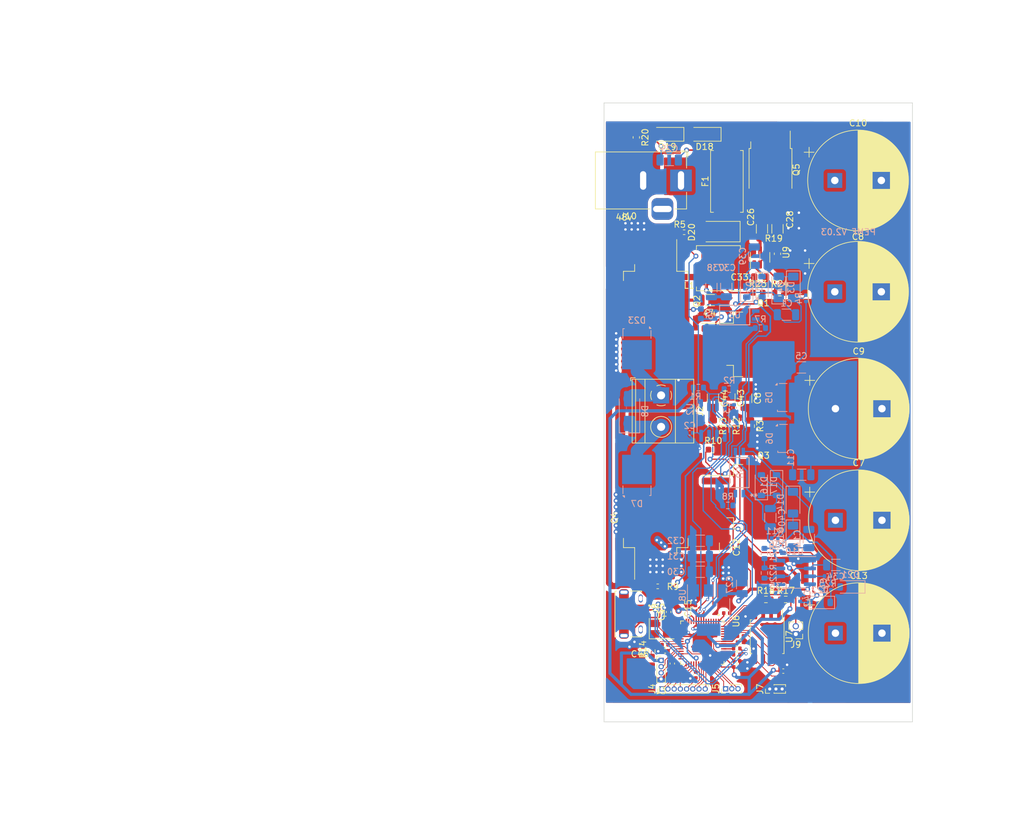
<source format=kicad_pcb>
(kicad_pcb (version 20240108) (generator "pcbnew") (generator_version "8.0")
  (layers (0 "F.Cu" signal) (1 "In1.Cu" signal) (2 "In2.Cu" signal) (31 "B.Cu" signal) (34 "B.Paste" user) (35 "F.Paste" user) (36 "B.SilkS" user "B.Silkscreen") (37 "F.SilkS" user "F.Silkscreen") (38 "B.Mask" user) (39 "F.Mask" user) (44 "Edge.Cuts" user))
  (net 0 "")
  (net 1 "+12V")
  (net 2 "GND")
  (net 3 "-12V")
  (net 4 "+48V")
  (net 5 "C1_1")
  (net 6 "+3.3V")
  (net 7 "C1_2")
  (net 8 "+1V1")
  (net 9 "Net-(D14-K)")
  (net 10 "Net-(D15-A)")
  (net 11 "Net-(D2-A)")
  (net 12 "Net-(D18-K)")
  (net 13 "Net-(D19-A)")
  (net 14 "Net-(D1-K)")
  (net 15 "Net-(U9-CB)")
  (net 16 "Net-(D20-K)")
  (net 17 "Net-(D14-A)")
  (net 18 "Net-(U10-THR)")
  (net 19 "Net-(U10-CV)")
  (net 20 "Net-(D18-A)")
  (net 21 "Net-(J3-Pin_2)")
  (net 22 "Net-(J3-Pin_3)")
  (net 23 "Net-(J4-Pin_1)")
  (net 24 "Net-(J4-Pin_2)")
  (net 25 "Net-(J4-Pin_3)")
  (net 26 "/RP2040/USB_N")
  (net 27 "/RP2040/USB_P")
  (net 28 "Net-(Q1-G)")
  (net 29 "Net-(U10-Q)")
  (net 30 "Net-(Q3-G)")
  (net 31 "C1_cPump")
  (net 32 "C2_cPump")
  (net 33 "Net-(D21-A)")
  (net 34 "Net-(D3-A)")
  (net 35 "driver_set _point")
  (net 36 "C1_HIGH_GATE1")
  (net 37 "C1_HIGH_GATE2")
  (net 38 "Net-(F1-Pad1)")
  (net 39 "Net-(Q2-G)")
  (net 40 "Net-(Q4-G)")
  (net 41 "USB_boot")
  (net 42 "Net-(R8-Pad1)")
  (net 43 "Net-(R9-Pad1)")
  (net 44 "Net-(U6-XOUT)")
  (net 45 "C1_LOW_GATE1")
  (net 46 "C1_LOW_GATE2")
  (net 47 "temp")
  (net 48 "Net-(C6-Pad2)")
  (net 49 "Net-(U6-USB_DM)")
  (net 50 "Net-(U6-USB_DP)")
  (net 51 "Net-(U9-~{SHDN})")
  (net 52 "Net-(U9-FB)")
  (net 53 "Net-(U10-DIS)")
  (net 65 "Net-(U6-XIN)")
  (net 66 "Net-(U6-QSPI_SD3)")
  (net 67 "Net-(U6-QSPI_SCLK)")
  (net 68 "Net-(U6-QSPI_SD0)")
  (net 69 "Net-(U6-QSPI_SD2)")
  (net 70 "Net-(U6-QSPI_SD1)")
  (net 71 "Net-(C39-Pad1)")
  (net 72 "Net-(J4-Pin_4)")
  (net 73 "Net-(J4-Pin_5)")
  (net 74 "Net-(J4-Pin_6)")
  (net 75 "Net-(J4-Pin_7)")
  (net 76 "Net-(J4-Pin_8)")
  (net 77 "Net-(J5-Pin_1)")
  (net 78 "Net-(J5-Pin_2)")
  (net 79 "Net-(J5-Pin_3)")
  (net 80 "Net-(C43-Pad2)")
  (net 81 "Net-(C44-Pad2)")
  (net 82 "Net-(C46-Pad1)")
  (net 83 "Left_Blink")
  (net 84 "Net-(R5-Pad2)")
  (net 85 "Net-(R7-Pad1)")
  (net 88 "Net-(J9-Pin_2)")
  (footprint "Capacitor_SMD:C_0402_1005Metric" (layer "F.Cu") (at 124.285 136.065 180)
    (property "Reference" "C22" (hide yes))
    (property "Value" "100n")
  )
  (footprint "Package_SO:SOIC-8_5.23x5.23mm_P1.27mm" (layer "F.Cu") (at 128.585 135.165 -90)
    (property "Reference" "U7")
    (property "Value" "W25Q128JVS")
  )
  (footprint "Capacitor_THT:CP_Radial_D16.0mm_P7.50mm" (layer "F.Cu") (at 139.487246 79.55)
    (property "Reference" "C8")
    (property "Value" "470u_100V")
  )
  (footprint "Capacitor_SMD:C_0402_1005Metric" (layer "F.Cu") (at 112.135 137.465)
    (property "Reference" "C19" (hide yes))
    (property "Value" "100n")
  )
  (footprint "Capacitor_SMD:C_0805_2012Metric" (layer "F.Cu") (at 127.45 77.3 180)
    (property "Reference" "C33")
    (property "Value" "100n")
  )
  (footprint "Capacitor_SMD:C_0603_1608Metric" (layer "F.Cu") (at 127.1 79.7)
    (property "Reference" "R23")
    (property "Value" "100k")
  )
  (footprint "Resistor_SMD:R_0402_1005Metric" (layer "F.Cu") (at 110.95 127.05 180)
    (property "Reference" "R9")
    (property "Value" "27.4")
  )
  (footprint "Capacitor_SMD:C_0603_1608Metric" (layer "F.Cu") (at 107.5 54.6575 -90)
    (property "Reference" "R20")
    (property "Value" "1Meg")
  )
  (footprint "Resistor_SMD:R_0402_1005Metric" (layer "F.Cu") (at 123.685 138.065 180)
    (property "Reference" "R15" (hide yes))
    (property "Value" "27.4")
  )
  (footprint "Connector_PinHeader_1.00mm:PinHeader_1x03_P1.00mm_Vertical" (layer "F.Cu") (at 121.885 143.565 90)
    (property "Reference" "J5")
    (property "Value" "Conn_01x03_Pin")
  )
  (footprint "Capacitor_SMD:C_1206_3216Metric" (layer "F.Cu") (at 119.4 80.9)
    (property "Reference" "C4")
    (property "Value" "1n_250V")
  )
  (footprint "Resistor_SMD:R_0402_1005Metric" (layer "F.Cu") (at 123.685 137.065 180)
    (property "Reference" "R16" (hide yes))
    (property "Value" "27.4")
  )
  (footprint "Connector_PinHeader_1.00mm:PinHeader_1x08_P1.00mm_Vertical" (layer "F.Cu") (at 111.6 143.6 90)
    (property "Reference" "J4")
    (property "Value" "Conn_01x08_Pin")
  )
  (footprint "Package_TO_SOT_SMD:TO-263-2" (layer "F.Cu") (at 110.625 115.975 90)
    (property "Reference" "Q4")
    (property "Value" "Q_NMOS_GDS")
  )
  (footprint "Capacitor_SMD:C_0402_1005Metric" (layer "F.Cu") (at 117.085 141.345 -90)
    (property "Reference" "C17" (hide yes))
    (property "Value" "100n")
  )
  (footprint "Resistor_SMD:R_0603_1608Metric" (layer "F.Cu") (at 131.585 129.165)
    (property "Reference" "R17")
    (property "Value" "10k")
  )
  (footprint "Capacitor_SMD:C_1206_3216Metric" (layer "F.Cu") (at 122.5 96.7 -90)
    (property "Reference" "C43")
    (property "Value" "2.2u")
  )
  (footprint "Capacitor_SMD:C_1206_3216Metric" (layer "F.Cu") (at 130.25 69.4 90)
    (property "Reference" "C28")
    (property "Value" "2.2u")
  )
  (footprint "Connector_PinHeader_1.00mm:PinHeader_1x04_P1.00mm_Vertical" (layer "F.Cu") (at 111.5 139)
    (property "Reference" "J3")
    (property "Value" "Conn_01x04_Pin")
  )
  (footprint "Diode_SMD:D_MiniMELF" (layer "F.Cu") (at 112.5 54.1575 180)
    (property "Reference" "D19")
    (property "Value" "5.6")
  )
  (footprint "Capacitor_SMD:C_0603_1608Metric" (layer "F.Cu") (at 130.25 73.425 -90)
    (property "Reference" "R19")
    (property "Value" "100k")
  )
  (footprint "Diode_SMD:D_MiniMELF" (layer "F.Cu") (at 118.5 54.1575 180)
    (property "Reference" "D18")
    (property "Value" "5.6")
  )
  (footprint "Capacitor_SMD:C_0402_1005Metric" (layer "F.Cu") (at 122.065 131.365 180)
    (property "Reference" "C21" (hide yes))
    (property "Value" "100n")
  )
  (footprint "Capacitor_THT:CP_Radial_D16.0mm_P7.50mm" (layer "F.Cu") (at 139.587246 116.4)
    (property "Reference" "C7")
    (property "Value" "470u_100V")
  )
  (footprint "Package_TO_SOT_SMD:TO-263-2" (layer "F.Cu") (at 128 112.6)
    (property "Reference" "Q3")
    (property "Value" "Q_NMOS_GDS")
  )
  (footprint "Capacitor_SMD:C_1206_3216Metric" (layer "F.Cu") (at 121.8 120.75 -90)
    (property "Reference" "C12")
    (property "Value" "1n_250V")
  )
  (footprint "Capacitor_SMD:C_0402_1005Metric" (layer "F.Cu") (at 131.185 140.715 180)
    (property "Reference" "C24" (hide yes))
    (property "Value" "100n")
  )
  (footprint "Capacitor_SMD:C_1206_3216Metric" (layer "F.Cu") (at 119.85 96.725 -90)
    (property "Reference" "C44")
    (property "Value" "2.2u")
  )
  (footprint "Capacitor_SMD:C_1206_3216Metric" (layer "F.Cu") (at 125.2 96.725 -90)
    (property "Reference" "C6")
    (property "Value" "2.2u")
  )
  (footprint "Capacitor_SMD:C_0402_1005Metric" (layer "F.Cu") (at 123.685 139.065 180)
    (property "Reference" "C20" (hide yes))
    (property "Value" "100n")
  )
  (footprint "OpenPEMFfp:RP2040" (layer "F.Cu") (at 118.145 136.13 -90)
    (property "Reference" "U6")
    (property "Value" "RP2040")
  )
  (footprint "Inductor_SMD:L_Coilcraft_XAL6060-XXX" (layer "F.Cu") (at 120.725 75.75 180)
    (property "Reference" "L1")
    (property "Value" "100u")
  )
  (footprint "Capacitor_THT:CP_Radial_D16.0mm_P7.50mm" (layer "F.Cu") (at 139.487246 61.6)
    (property "Reference" "C10")
    (property "Value" "470u_100V")
  )
  (footprint "Resistor_SMD:R_0603_1608Metric" (layer "F.Cu") (at 110 137.5 90)
    (property "Reference" "R14")
    (property "Value" "1k")
  )
  (footprint "Connector_PinHeader_1.27mm:PinHeader_1x02_P1.27mm_Vertical" (layer "F.Cu") (at 133.2 134.75 180)
    (property "Reference" "J9")
    (property "Value" "Conn_01x02_Pin")
  )
  (footprint "OpenPEMFfp:AMPHENOL_10118194-0001LF" (layer "F.Cu") (at 105.5037 131.5004 -90)
    (property "Reference" "J8")
    (property "Value" "USB_B_Micro")
  )
  (footprint "Resistor_SMD:R_0402_1005Metric" (layer "F.Cu") (at 115.21 69.95)
    (property "Reference" "R5")
    (property "Value" "27.4")
  )
  (footprint "Package_TO_SOT_SMD:TO-263-2" (layer "F.Cu") (at 110.625 81.075 -90)
    (property "Reference" "Q2")
    (property "Value" "Q_NMOS_GDS")
  )
  (footprint "Resistor_SMD:R_0805_2012Metric" (layer "F.Cu") (at 125.8 101.2125 -90)
    (property "Reference" "R3")
    (property "Value" "150")
  )
  (footprint "OpenPEMFfp:C319099" (layer "F.Cu") (at 114.7 61.6)
    (property "Reference" "J10")
    (property "Value" "Barrel_Jack_Switch")
  )
  (footprint "Resistor_SMD:R_0603_1608Metric" (layer "F.Cu") (at 130.65 79.7)
    (property "Reference" "R24")
    (property "Value" "6.8k")
  )
  (footprint "Capacitor_SMD:C_0402_1005Metric" (layer "F.Cu") (at 113.3 139.5 90)
    (property "Reference" "C25" (hide yes))
    (property "Value" "100n")
  )
  (footprint "Package_TO_SOT_SMD:TO-263-2" (layer "F.Cu") (at 127.975 88.025)
    (property "Reference" "Q1")
    (property "Value" "Q_NMOS_GDS")
  )
  (footprint "Capacitor_THT:CP_Radial_D16.0mm_P7.50mm" (layer "F.Cu") (at 139.587246 98.4)
    (property "Reference" "C9")
    (property "Value" "470u_100V")
  )
  (footprint "Capacitor_SMD:C_1206_3216Metric" (layer "F.Cu") (at 127.75 69.4 90)
    (property "Reference" "C26")
    (property "Value" "2.2u")
  )
  (footprint "Crystal:Crystal_SMD_3225-4Pin_3.2x2.5mm" (layer "F.Cu") (at 111.585 133.865)
    (property "Reference" "Y1")
    (property "Value" "12Mhz")
  )
  (footprint "Package_TO_SOT_SMD:TO-252-2" (layer "F.Cu") (at 129.125 59.765 -90)
    (property "Reference" "Q5")
    (property "Value" "Q_PMOS_GDS")
  )
  (footprint "Capacitor_SMD:C_0603_1608Metric" (layer "F.Cu") (at 119.9 105)
    (property "Reference" "R10")
    (property "Value" "100k")
  )
  (footprint "Resistor_SMD:R_0805_2012Metric" (layer "F.Cu") (at 122 101.2125 -90)
    (property "Reference" "R12")
    (property "Value" "150")
  )
  (footprint "Package_TO_SOT_SMD:SOT-23-6" (layer "F.Cu") (at 127.45 74 90)
    (property "Reference" "U9")
    (property "Value" "LMR16006")
  )
  (footprint "Capacitor_SMD:C_0402_1005Metric" (layer "F.Cu") (at 124.285 135.065)
    (property "Reference" "C18" (hide yes))
    (property "Value" "100n")
  )
  (footprint "Capacitor_THT:CP_Radial_D16.0mm_P7.50mm" (layer "F.Cu") (at 139.587246 134.6)
    (property "Reference" "C13")
    (property "Value" "470u_100V")
  )
  (footprint "TerminalBlock_Phoenix:TerminalBlock_Phoenix_MKDS-1,5-2-5.08_1x02_P5.08mm_Horizontal" (layer "F.Cu") (at 111.495 96.255 -90)
    (property "Reference" "J2")
    (property "Value" "Screw_Terminal_01x02")
  )
  (footprint "Diode_SMD:D_SMA" (layer "F.Cu") (at 120.725 69.85 180)
    (property "Reference" "D20")
    (property "Value" "D_Schottky")
  )
  (footprint "Resistor_SMD:R_0805_2012Metric" (layer "F.Cu") (at 119.8 101.2 -90)
    (property "Reference" "R13")
    (property "Value" "150")
  )
  (footprint "Connector_PinHeader_1.00mm:PinHeader_1x03_P1.00mm_Vertical" (layer "F.Cu") (at 129 143.6 90)
    (property "Reference" "J7")
    (property "Value" "Conn_01x03_Pin")
  )
  (footprint "Capacitor_SMD:C_0402_1005Metric" (layer "F.Cu") (at 112.7 131.18 90)
    (property "Reference" "C45")
    (property "Value" "36pf")
  )
  (footprint "Resistor_SMD:R_0603_1608Metric" (layer "F.Cu") (at 128.385 129.165)
    (property "Reference" "R18")
    (property "Value" "1k")
  )
  (footprint "Capacitor_SMD:C_0402_1005Metric" (layer "F.Cu") (at 112.135 136.465)
    (property "Reference" "C23" (hide yes))
    (property "Value" "100n")
  )
  (footprint "Fuse:Fuseholder_Littelfuse_Nano2_154x" (layer "F.Cu") (at 122.1 61.75 90)
    (property "Reference" "F1")
    (property "Value" "0154005.DRT")
  )
  (footprint "Capacitor_SMD:C_0402_1005Metric" (layer "F.Cu") (at 117 130.615 90)
    (property "Reference" "C15")
    (property "Value" "100n")
  )
  (footprint "Capacitor_SMD:C_0402_1005Metric" (layer "F.Cu") (at 108.08 136.8 180)
    (property "Reference" "C46")
    (property "Value" "36pf")
  )
  (footprint "Capacitor_SMD:C_0402_1005Metric" (layer "F.Cu") (at 123.685 140.065)
    (property "Reference" "C16" (hide yes))
    (property "Value" "100n")
  )
  (footprint "Capacitor_SMD:C_0402_1005Metric" (layer "B.Cu") (at 116.1 102.3 180)
    (property "Reference" "C2")
    (property "Value" "100n")
  )
  (footprint "Capacitor_SMD:C_1206_3216Metric" (layer "B.Cu") (at 119.6 78.875 90)
    (property "Reference" "C38")
    (property "Value" "4.7u")
  )
  (footprint "Capacitor_SMD:C_1206_3216Metric" (layer "B.Cu") (at 112.8 58.3 180)
    (property "Reference" "C29")
    (property "Value" "2.2u")
  )
  (footprint "Resistor_SMD:R_0603_1608Metric" (layer "B.Cu") (at 122.25 114 180)
    (property "Reference" "R8")
    (property "Value" "1k")
  )
  (footprint "Capacitor_SMD:C_0603_1608Metric" (layer "B.Cu") (at 117.9 83.1 90)
    (property "Reference" "R6")
    (property "Value" "100k")
  )
  (footprint "Capacitor_SMD:C_1206_3216Metric" (layer "B.Cu") (at 139.65 123.6)
    (property "Reference" "C34")
    (property "Value" "1n_250V")
  )
  (footprint "Diode_SMD:D_SOD-123" (layer "B.Cu") (at 142 127.15 180)
    (property "Reference" "D21")
    (property "Value" "BAT46W-7-F")
  )
  (footprint "Capacitor_SMD:C_1206_3216Metric" (layer "B.Cu") (at 135.3 119.35 -90)
    (property "Reference" "C14")
    (property "Value" "1n_250V")
  )
  (footprint "Package_TO_SOT_SMD:TO-277A" (layer "B.Cu") (at 133.46 103.2 -90)
    (property "Reference" "D6")
    (property "Value" "D_AAK")
  )
  (footprint "Diode_SMD:D_MiniMELF" (layer "B.Cu") (at 132.75 119 -90)
    (property "Reference" "D15")
    (property "Value" "5.6")
  )
  (footprint "Resistor_SMD:R_0402_1005Metric" (layer "B.Cu") (at 134.85 80.6 -90)
    (property "Reference" "R4")
    (property "Value" "100")
  )
  (footprint "Package_TO_SOT_SMD:TO-277A" (layer "B.Cu") (at 107.6 88.66 180)
    (property "Reference" "D23")
    (property "Value" "D_AAK")
  )
  (footprint "Diode_SMD:D_MiniMELF" (layer "B.Cu") (at 130.45 78.85 90)
    (property "Reference" "D3")
    (property "Value" "5.6")
  )
  (footprint "Diode_SMD:D_SOD-123" (layer "B.Cu") (at 130.1 110.725 -90)
    (property "Reference" "D16")
    (property "Value" "BAT46W-7-F")
  )
  (footprint "Diode_SMD:D_MiniMELF" (layer "B.Cu") (at 132.75 113.55 -90)
    (property "Reference" "D14")
    (property "Value" "5.6")
  )
  (footprint "Capacitor_SMD:C_0402_1005Metric" (layer "B.Cu") (at 133.9 129 90)
    (property "Reference" "C42")
    (property "Value" "100n")
  )
  (footprint "Capacitor_SMD:C_0402_1005Metric" (layer "B.Cu") (at 123.25 98.25 -90)
    (property "Reference" "C3")
    (property "Value" "100n")
  )
  (footprint "Resistor_SMD:R_0603_1608Metric" (layer "B.Cu") (at 117.5 95)
    (property "Reference" "R1")
    (property "Value" "1k")
  )
  (footprint "Capacitor_SMD:C_1206_3216Metric" (layer "B.Cu") (at 134.1 91.75 180)
    (property "Reference" "C5")
    (property "Value" "1n_250V")
  )
  (footprint "Diode_SMD:D_SOD-123" (layer "B.Cu") (at 127.75 78.75 -90)
    (property "Reference" "D2")
    (property "Value" "BAT46W-7-F")
  )
  (footprint "OpenPEMFfp:SOIC_BTA-VG_EVS" (layer "B.Cu") (at 123.35 83.3 180)
    (property "Reference" "U3")
    (property "Value" "EL3H7BTA-VG")
  )
  (footprint "Capacitor_SMD:C_0402_1005Metric" (layer "B.Cu") (at 130.4 128.15 180)
    (property "Reference" "C35")
    (property "Value" "100n")
  )
  (footprint "Diode_SMD:D_MiniMELF" (layer "B.Cu") (at 132.8 78.85 -90)
    (property "Reference" "D4")
    (property "Value" "5.6")
  )
  (footprint "OpenPEMFfp:SOIC_BTA-VG_EVS" (layer "B.Cu") (at 124.1 108.7 90)
    (property "Reference" "U5")
    (property "Value" "EL3H7BTA-VG")
  )
  (footprint "Package_SO:SOIC-8_3.9x4.9mm_P1.27mm" (layer "B.Cu") (at 133 124.8 180)
    (property "Reference" "U10")
    (property "Value" "NE555DR")
  )
  (footprint "Capacitor_SMD:C_1206_3216Metric" (layer "B.Cu") (at 122 78.875 90)
    (property "Reference" "C37")
    (property "Value" "4.7u")
  )
  (footprint "Package_SO:SOIC-8_3.9x4.9mm_P1.27mm" (layer "B.Cu") (at 119.85 100.3 -90)
    (property "Reference" "U2")
    (property "Value" "TL072")
  )
  (footprint "Diode_SMD:D_SOD-123" (layer "B.Cu") (at 125.3 78.75 90)
    (property "Reference" "D1")
    (property "Value" "BAT46W-7-F")
  )
  (footprint "Resistor_SMD:R_0603_1608Metric" (layer "B.Cu") (at 127.5 85.4 180)
    (property "Reference" "R7")
    (property "Value" "1k")
  )
  (footprint "Capacitor_SMD:C_1206_3216Metric" (layer "B.Cu") (at 117.8 122.2 180)
    (property "Reference" "C31")
    (property "Value" "4.7u")
  )
  (footprint "Diode_SMD:D_SOD-123" (layer "B.Cu") (at 137.1 129.65 180)
    (property "Reference" "D22")
    (property "Value" "BAT46W-7-F")
  )
  (footprint "Package_TO_SOT_SMD:SOT-223-3_TabPin2" (layer "B.Cu") (at 119.15 130.875 -90)
    (property "Reference" "U8")
    (property "Value" "AMS1117-3.3")
  )
  (footprint "Resistor_SMD:R_0603_1608Metric" (layer "B.Cu") (at 122.475 95.25)
    (property "Reference" "R2")
    (property "Value" "1k")
  )
  (footprint "Resistor_SMD:R_0402_1005Metric" (layer "B.Cu") (at 138.34 125.4)
    (property "Reference" "R25")
    (property "Value" "100")
  )
  (footprint "Capacitor_SMD:C_1206_3216Metric" (layer "B.Cu") (at 117.8 119.7 180)
    (property "Reference" "C32")
    (property "Value" "4.7u")
  )
  (footprint "Capacitor_SMD:C_1206_3216Metric" (layer "B.Cu") (at 117.8 124.7 180)
    (property "Reference" "C30")
    (property "Value" "4.7u")
  )
  (footprint "Package_TO_SOT_SMD:TO-277A" (layer "B.Cu") (at 107.6 109.24)
    (property "Reference" "D7")
    (property "Value" "D_AAK")
  )
  (footprint "Capacitor_SMD:C_0402_1005Metric" (layer "B.Cu") (at 130.3 121.4 180)
    (property "Reference" "C36")
    (property "Value" "100n")
  )
  (footprint "Resistor_SMD:R_0402_1005Metric" (layer "B.Cu") (at 129.8 119.3 180)
    (property "Reference" "R11")
    (property "Value" "100")
  )
  (footprint "Diode_SMD:D_SMA" (layer "B.Cu") (at 106.4 98.8 90)
    (property "Reference" "D8")
    (property "Value" "SMAJ54CA")
  )
  (footprint "Capacitor_SMD:C_1206_3216Metric" (layer "B.Cu") (at 129.1 115.975 90)
    (property "Reference" "C40")
    (property "Value" "1n_250V")
  )
  (footprint "Capacitor_SMD:C_1206_3216Metric" (layer "B.Cu") (at 126.5 73.8 -90)
    (property "Reference" "C39")
    (property "Value" "1n_250V")
  )
  (footprint "Capacitor_SMD:C_1206_3216Metric" (layer "B.Cu") (at 131.7 83.25 180)
    (property "Reference" "C1")
    (property "Value" "1n_250V")
  )
  (footprint "Resistor_SMD:R_0603_1608Metric" (layer "B.Cu") (at 128.15 124.9 90)
    (property "Reference" "R22")
    (property "Value" "10k")
  )
  (footprint "Capacitor_SMD:C_1206_3216Metric" (layer "B.Cu") (at 124.55 126.75 90)
    (property "Reference" "C27")
    (property "Value" "4.7u")
  )
  (footprint "Diode_SMD:D_SOD-123" (layer "B.Cu") (at 127.65 110.7348 90)
    (property "Reference" "D17")
    (property "Value" "BAT46W-7-F")
  )
  (footprint "Resistor_SMD:R_0603_1608Metric" (layer "B.Cu") (at 128.15 121.75 90)
    (property "Reference" "R21")
    (property "Value" "10k")
  )
  (footprint "Package_TO_SOT_SMD:TO-277A" (layer "B.Cu") (at 133.4 96.6 -90)
    (property "Reference" "D5")
    (property "Value" "D_AAK")
  )
  (footprint "Capacitor_SMD:C_1206_3216Metric" (layer "B.Cu") (at 134.15 109.05 180)
    (property "Reference" "C11")
    (property "Value" "1n_250V")
  )
  (footprint "Capacitor_SMD:C_0402_1005Metric" (layer "B.Cu") (at 138.85 127.1 -90)
    (property "Reference" "C41")
    (property "Value" "100n")
  )
  (gr_line (start 102.3 49.1) (end 102.3 148.9) (stroke (width 0.1)) (layer "Edge.Cuts"))
  (gr_line (start 152 49.1) (end 152 148.9) (stroke (width 0.1)) (layer "Edge.Cuts"))
  (gr_line (start 102.3 148.9) (end 152 148.9) (stroke (width 0.1)) (layer "Edge.Cuts"))
  (gr_line (start 152 49.1) (end 102.3 49.1) (stroke (width 0.1)) (layer "Edge.Cuts"))
  (gr_text "PEMF V2.03" (at 146.2 70.5 0) (layer "B.SilkS") (effects (font (size 1 1)) (justify left bottom mirror)))
  (gr_text "48v" (at 104.07 68.1275 0) (layer "F.SilkS") (effects (font (size 1 1)) (justify left bottom)))
  (segment (start 103.6 127) (end 104.53115 127) (width 1) (layer "F.Cu") (net 1))
  (segment (start 133.2 127.5) (end 135.1 127.5) (width 0.5) (layer "F.Cu") (net 1))
  (segment (start 124 129.4) (end 125.9 127.5) (width 0.5) (layer "F.Cu") (net 1))
  (segment (start 125.9 127.5) (end 133.2 127.5) (width 0.5) (layer "F.Cu") (net 1))
  (segment (start 126.325 79.7) (end 122.655 79.7) (width 0.25) (layer "F.Cu") (net 1))
  (segment (start 123.1 117.6) (end 123.1 121.772183) (width 0.2) (layer "F.Cu") (net 1))
  (segment (start 107.778269 126.8004) (end 109.677869 128.7) (width 1) (layer "F.Cu") (net 1))
  (segment (start 103.1 126.5) (end 103.6 127) (width 1) (layer "F.Cu") (net 1))
  (segment (start 133.2 127.5) (end 133.2 125.1) (width 0.5) (layer "F.Cu") (net 1))
  (segment (start 123.1 121.772183) (end 125.9 124.572183) (width 0.2) (layer "F.Cu") (net 1))
  (segment (start 124.2 108.9) (end 124.2 116.5) (width 0.2) (layer "F.Cu") (net 1))
  (segment (start 118.705 75.75) (end 117.28 77.175) (width 1) (layer "F.Cu") (net 1))
  (segment (start 105.081498 77.175) (end 103.1 79.156498) (width 1) (layer "F.Cu") (net 1))
  (segment (start 117.28 77.175) (end 105.081498 77.175) (width 1) (layer "F.Cu") (net 1))
  (segment (start 104.53115 127) (end 104.73075 126.8004) (width 1) (layer "F.Cu") (net 1))
  (segment (start 109.677869 128.7) (end 112.3 128.7) (width 1) (layer "F.Cu") (net 1))
  (segment (start 118.8 79.3) (end 118.8 75.845) (width 0.5) (layer "F.Cu") (net 1))
  (segment (start 124.2 116.5) (end 123.1 117.6) (width 0.2) (layer "F.Cu") (net 1))
  (segment (start 125.9 124.572183) (end 125.9 127.5) (width 0.2) (layer "F.Cu") (net 1))
  (segment (start 119.389099 106.549149) (end 121.849149 106.549149) (width 0.2) (layer "F.Cu") (net 1))
  (segment (start 122.655 79.7) (end 118.705 75.75) (width 0.25) (layer "F.Cu") (net 1))
  (segment (start 133.2 125.1) (end 132.2 124.1) (width 0.5) (layer "F.Cu") (net 1))
  (segment (start 103.1 79.156498) (end 103.1 126.5) (width 1) (layer "F.Cu") (net 1))
  (segment (start 112.3 128.7) (end 114.3 130.7) (width 1) (layer "F.Cu") (net 1))
  (segment (start 104.73075 126.8004) (end 107.778269 126.8004) (width 1) (layer "F.Cu") (net 1))
  (segment (start 121.849149 106.549149) (end 124.2 108.9) (width 0.2) (layer "F.Cu") (net 1))
  (segment (start 114.3 130.7) (end 114.3 131) (width 1) (layer "F.Cu") (net 1))
  (via (at 124 129.4) (size 0.8) (drill 0.4) (layers "F.Cu" "B.Cu") (net 1))
  (via (at 132.2 124.1) (size 0.8) (drill 0.4) (layers "F.Cu" "B.Cu") (net 1))
  (via (at 119.389099 106.549149) (size 0.8) (drill 0.4) (layers "F.Cu" "B.Cu") (net 1))
  (via (at 114.3 131) (size 0.8) (drill 0.4) (layers "F.Cu" "B.Cu") (net 1))
  (via (at 135.1 127.5) (size 0.8) (drill 0.4) (layers "F.Cu" "B.Cu") (net 1))
  (via (at 118.8 79.3) (size 0.8) (drill 0.4) (layers "F.Cu" "B.Cu") (net 1))
  (segment (start 118.425 131.775) (end 120.15 130.05) (width 0.5) (layer "B.Cu") (net 1))
  (segment (start 124.55 128.225) (end 124.55 128.85) (width 0.5) (layer "B.Cu") (net 1))
  (segment (start 117.47 102.3) (end 117.945 102.775) (width 0.2) (layer "B.Cu") (net 1))
  (segment (start 120.15 129.76055) (end 121.45 128.46055) (width 0.5) (layer "B.Cu") (net 1))
  (segment (start 119.815 104.1289) (end 119.815 106.123248) (width 0.2) (layer "B.Cu") (net 1))
  (segment (start 119.6 80.1) (end 118.8 79.3) (width 0.5) (layer "B.Cu") (net 1))
  (segment (start 129.82 121.4) (end 129.82 122.19) (width 0.25) (layer "B.Cu") (net 1))
  (segment (start 114.3 131) (end 114.5745 130.7255) (width 0.5) (layer "B.Cu") (net 1))
  (segment (start 135.1 127.4) (end 135.1 127.5) (width 0.25) (layer "B.Cu") (net 1))
  (segment (start 117.47894 131.775) (end 118.425 131.775) (width 0.5) (layer "B.Cu") (net 1))
  (segment (start 129.345 120.925) (end 129.82 121.4) (width 0.25) (layer "B.Cu") (net 1))
  (segment (start 135.475 126.705) (end 135.475 127.025) (width 0.25) (layer "B.Cu") (net 1))
  (segment (start 116.58 102.3) (end 117.47 102.3) (width 0.2) (layer "B.Cu") (net 1))
  (segment (start 124.55 128.225) (end 121.95 128.225) (width 0.5) (layer "B.Cu") (net 1))
  (segment (start 119.305939 101.072665) (end 117.945 102.433604) (width 0.2) (layer "B.Cu") (net 1))
  (segment (start 120.15 130.05) (end 120.15 129.76055) (width 0.5) (layer "B.Cu") (net 1))
  (segment (start 114.5745 130.7255) (end 116.42944 130.7255) (width 0.5) (layer "B.Cu") (net 1))
  (segment (start 135.475 127.025) (end 135.1 127.4) (width 0.25) (layer "B.Cu") (net 1))
  (segment (start 119.815 104.1289) (end 119.815 101.581726) (width 0.2) (layer "B.Cu") (net 1))
  (segment (start 119.6 80.35) (end 122 80.35) (width 0.5) (layer "B.Cu") (net 1))
  (segment (start 130.995 122.895) (end 132.2 124.1) (width 0.25) (layer "B.Cu") (net 1))
  (segment (start 129.82 122.19) (end 130.525 122.895) (width 0.25) (layer "B.Cu") (net 1))
  (segment (start 119.815 101.581726) (end 119.305939 101.072665) (width 0.2) (layer "B.Cu") (net 1))
  (segment (start 119.815 106.123248) (end 119.389099 106.549149) (width 0.2) (layer "B.Cu") (net 1))
  (segment (start 116.42944 130.7255) (end 117.47894 131.775) (width 0.5) (layer "B.Cu") (net 1))
  (segment (start 128.15 120.925) (end 129.345 120.925) (width 0.25) (layer "B.Cu") (net 1))
  (segment (start 124.55 128.85) (end 124 129.4) (width 0.5) (layer "B.Cu") (net 1))
  (segment (start 128.75 74.15) (end 129.7 75.1) (width 0.25) (layer "F.Cu") (net 2))
  (segment (start 116.275 141.825) (end 116.2 141.9) (width 0.25) (layer "F.Cu") (net 2))
  (segment (start 111.655 136.465) (end 111.655 137.465) (width 0.25) (layer "F.Cu") (net 2))
  (segment (start 111.666727 142) (end 113.3 140.366727) (width 0.5) (layer "F.Cu") (net 2))
  (segment (start 111.031754 137.531754) (end 111.098508 137.465) (width 0.25) (layer "F.Cu") (net 2))
  (segment (start 113.3 140.366727) (end 113.3 139.98) (width 0.5) (layer "F.Cu") (net 2))
  (segment (start 125.435 136.065) (end 125.485 136.015) (width 0.2) (layer "F.Cu") (net 2))
  (segment (start 124.765 135.295) (end 125.485 136.015) (width 0.2) (layer "F.Cu") (net 2))
  (segment (start 112.7 130.7) (end 112.3 130.7) (width 0.13) (layer "F.Cu") (net 2))
  (segment (start 107.2 133.759861) (end 107.2 136) (width 0.25) (layer "F.Cu") (net 2))
  (segment (start 107.6 136.8) (end 106.4 136.8) (width 0.13) (layer "F.Cu") (net 2))
  (segment (start 111.5 142) (end 110.5 142) (width 0.5) (layer "F.Cu") (net 2))
  (segment (start 127.45 74.753249) (end 128.053249 74.15) (width 0.25) (layer "F.Cu") (net 2))
  (segment (start 111.098508 137.465) (end 111.655 137.465) (width 0.25) (layer "F.Cu") (net 2))
  (segment (start 112.185 134.715) (end 110.485 133.015) (width 0.13) (layer "F.Cu") (net 2))
  (segment (start 117.085 141.825) (end 116.275 141.825) (width 0.25) (layer "F.Cu") (net 2))
  (segment (start 128.053249 74.15) (end 128.75 74.15) (width 0.25) (layer "F.Cu") (net 2))
  (segment (start 108.2037 132.8004) (end 110.2704 132.8004) (width 0.25) (layer "F.Cu") (net 2))
  (segment (start 129.7 75.1) (end 129.7 75.4) (width 0.25) (layer "F.Cu") (net 2))
  (segment (start 124.765 136.065) (end 125.435 136.065) (width 0.2) (layer "F.Cu") (net 2))
  (segment (start 118.145 136.945) (end 119.4 138.2) (width 0.25) (layer "F.Cu") (net 2))
  (segment (start 117.145 135.13) (end 114.71 135.13) (width 0.2) (layer "F.Cu") (net 2))
  (segment (start 112.3 130.7) (end 112.1 130.5) (width 0.13) (layer "F.Cu") (net 2))
  (segment (start 108.159461 132.8004) (end 107.2 133.759861) (width 0.25) (layer "F.Cu") (net 2))
  (segment (start 124.765 135.065) (end 124.765 135.295) (width 0.2) (layer "F.Cu") (net 2))
  (via (at 106.4 136.8) (size 0.8) (drill 0.4) (layers "F.Cu" "B.Cu") (net 2))
  (via (at 107.75 69.5) (size 0.8) (drill 0.4) (layers "F.Cu" "B.Cu") (net 2))
  (via (at 109.75 123.75) (size 0.8) (drill 0.4) (layers "F.Cu" "B.Cu") (net 2))
  (via (at 111.75 124.75) (size 0.8) (drill 0.4) (layers "F.Cu" "B.Cu") (net 2))
  (via (at 134.7 72.9) (size 0.8) (drill 0.4) (layers "F.Cu" "B.Cu") (net 2))
  (via (at 116.4 129.3) (size 0.5) (drill 0.3) (layers "F.Cu" "B.Cu") (net 2))
  (via (at 104.25 88.25) (size 0.8) (drill 0.4) (layers "F.Cu" "B.Cu") (net 2))
  (via (at 107.2 136) (size 0.8) (drill 0.4) (layers "F.Cu" "B.Cu") (net 2))
  (via (at 125.1 131.9) (size 0.8) (drill 0.4) (layers "F.Cu" "B.Cu") (net 2))
  (via (at 133.7 66.8) (size 0.8) (drill 0.4) (layers "F.Cu" "B.Cu") (net 2))
  (via (at 114.75 122.75) (size 0.8) (drill 0.4) (layers "F.Cu" "B.Cu") (net 2))
  (via (at 111.031754 137.531754) (size 0.8) (drill 0.4) (layers "F.Cu" "B.Cu") (net 2))
  (via (at 104.25 89.25) (size 0.8) (drill 0.4) (layers "F.Cu" "B.Cu") (net 2))
  (via (at 104.25 117.25) (size 0.8) (drill 0.4) (layers "F.Cu" "B.Cu") (net 2))
  (via (at 110.75 124.75) (size 0.8) (drill 0.4) (layers "F.Cu" "B.Cu") (net 2))
  (via (at 109.75 122.75) (size 0.8) (drill 0.4) (layers "F.Cu" "B.Cu") (net 2))
  (via (at 106.75 68.5) (size 0.8) (drill 0.4) (layers "F.Cu" "B.Cu") (net 2))
  (via (at 115.9 134.5) (size 0.5) (drill 0.3) (layers "F.Cu" "B.Cu") (net 2))
  (via (at 123.25 99.75) (size 0.8) (drill 0.4) (layers "F.Cu" "B.Cu") (net 2))
  (via (at 108.75 69.5) (size 0.8) (drill 0.4) (layers "F.Cu" "B.Cu") (net 2))
  (via (at 104.25 112.25) (size 0.8) (drill 0.4) (layers "F.Cu" "B.Cu") (net 2))
  (via (at 104.25 118.25) (size 0.8) (drill 0.4) (layers "F.Cu" "B.Cu") (net 2))
  (via (at 121.5 125.8) (size 0.8) (drill 0.4) (layers "F.Cu" "B.Cu") (net 2))
  (via (at 133.6 122.6) (size 0.8) (drill 0.4) (layers "F.Cu" "B.Cu") (net 2))
  (via (at 117.1 129.3) (size 0.5) (drill 0.3) (layers "F.Cu" "B.Cu") (net 2))
  (via (at 121.5 124) (size 0.8) (drill 0.4) (layers "F.Cu" "B.Cu") (net 2))
  (via (at 104.25 91.25) (size 0.8) (drill 0.4) (layers "F.Cu" "B.Cu") (net 2))
  (via (at 104.25 90.25) (size 0.8) (drill 0.4) (layers "F.Cu" "B.Cu") (net 2))
  (via (at 132.3 72.9) (size 0.8) (drill 0.4) (layers "F.Cu" "B.Cu") (net 2))
  (via (at 114.3 93.8) (size 0.8) (drill 0.4) (layers "F.Cu" "B.Cu") (net 2))
  (via (at 110.75 123.75) (size 0.8) (drill 0.4) (layers "F.Cu" "B.Cu") (net 2))
  (via (at 125.4 139.3) (size 0.8) (drill 0.4) (layers "F.Cu" "B.Cu") (net 2))
  (via (at 114.75 124.75) (size 0.8) (drill 0.4) (layers "F.Cu" "B.Cu") (net 2))
  (via (at 111.75 122.75) (size 0.8) (drill 0.4) (layers "F.Cu" "B.Cu") (net 2))
  (via (at 132 69.3) (size 0.8) (drill 0.4) (layers "F.Cu" "B.Cu") (net 2))
  (via (at 122.6 83.4) (size 0.8) (drill 0.4) (layers "F.Cu" "B.Cu") (net 2))
  (via (at 104.25 115.25) (size 0.8) (drill 0.4) (layers "F.Cu" "B.Cu") (net 2))
  (via (at 110.75 122.75) (size 0.8) (drill 0.4) (layers "F.Cu" "B.Cu") (net 2))
  (via (at 133.7 69.3) (size 0.8) (drill 0.4) (layers "F.Cu" "B.Cu") (net 2))
  (via (at 108.75 68.5) (size 0.8) (drill 0.4) (layers "F.Cu" "B.Cu") (net 2))
  (via (at 132 66.8) (size 0.8) (drill 0.4) (layers "F.Cu" "B.Cu") (net 2))
  (via (at 131.8 139.7) (size 0.8) (drill 0.4) (layers "F.Cu" "B.Cu") (net 2))
  (via (at 104.25 92.25) (size 0.8) (drill 0.4) (layers "F.Cu" "B.Cu") (net 2))
  (via (at 119.4 81.7) (size 0.5) (drill 0.3) (layers "F.Cu" "B.Cu") (net 2))
  (via (at 122.4 124.9) (size 0.8) (drill 0.4) (layers "F.Cu" "B.Cu") (net 2))
  (via (at 126.4 137.1) (size 0.8) (drill 0.4) (layers "F.Cu" "B.Cu") (net 2))
  (via (at 132.907109 123.392891) (size 0.8) (drill 0.4) (layers "F.Cu" "B.Cu") (net 2))
  (via (at 106.75 69.5) (size 0.8) (drill 0.4) (layers "F.Cu" "B.Cu") (net 2))
  (via (at 125.4 140.3) (size 0.8) (drill 0.4) (layers "F.Cu" "B.Cu") (net 2))
  (via (at 116.2 141.9) (size 0.8) (drill 0.4) (layers "F.Cu" "B.Cu") (net 2))
  (via (at 112.1 130.5) (size 0.8) (drill 0.4) (layers "F.Cu" "B.Cu") (net 2))
  (via (at 104.25 114.25) (size 0.8) (drill 0.4) (layers "F.Cu" "B.Cu") (net 2))
  (via (at 121.5 124.9) (size 0.8) (drill 0.4) (layers "F.Cu" "B.Cu") (net 2))
  (via (at 117.7 104.8) (size 0.5) (drill 0.3) (layers "F.Cu" "B.Cu") (net 2))
  (via (at 122.6 84.1) (size 0.8) (drill 0.4) (layers "F.Cu" "B.Cu") (net 2))
  (via (at 118.8 83.1) (size 0.5) (drill 0.3) (layers "F.Cu" "B.Cu") (net 2))
  (via (at 109.75 124.75) (size 0.8) (drill 0.4) (layers "F.Cu" "B.Cu") (net 2))
  (via (at 119.4 138.2) (size 0.8) (drill 0.4) (layers "F.Cu" "B.Cu") (net 2))
  (via (at 107.75 68.5) (size 0.8) (drill 0.4) (layers "F.Cu" "B.Cu") (net 2))
  (via (at 104.25 113.25) (size 0.8) (drill 0.4) (layers "F.Cu" "B.Cu") (net 2))
  (via (at 105.75 68.5) (size 0.8) (drill 0.4) (layers "F.Cu" "B.Cu") (net 2))
  (via (at 111.75 123.75) (size 0.8) (drill 0.4) (layers "F.Cu" "B.Cu") (net 2))
  (via (at 114.75 123.75) (size 0.8) (drill 0.4) (layers "F.Cu" "B.Cu") (net 2))
  (via (at 105.75 69.5) (size 0.8) (drill 0.4) (layers "F.Cu" "B.Cu") (net 2))
  (via (at 134.7 76.6) (size 0.8) (drill 0.4) (layers "F.Cu" "B.Cu") (net 2))
  (via (at 122.4 125.8) (size 0.8) (drill 0.4) (layers "F.Cu" "B.Cu") (net 2))
  (via (at 104.25 116.25) (size 0.8) (drill 0.4) (layers "F.Cu" "B.Cu") (net 2))
  (via (at 104.25 87.25) (size 0.8) (drill 0.4) (layers "F.Cu" "B.Cu") (net 2))
  (via (at 122.4 124) (size 0.8) (drill 0.4) (layers "F.Cu" "B.Cu") (net 2))
  (via (at 104.25 86.25) (size 0.8) (drill 0.4) (layers "F.Cu" "B.Cu") (net 2))
  (via (at 120.9 111.2) (size 0.5) (drill 0.3) (layers "F.Cu" "B.Cu") (net 2))
  (segment (start 117.7 104.35972) (end 117.7 104.8) (width 0.25) (layer "B.Cu") (net 2))
  (segment (start 116.26528 102.925) (end 117.7 104.35972) (width 0.25) (layer "B.Cu") (net 2))
  (segment (start 131.4 121.4) (end 132.895 122.895) (width 0.2) (layer "B.Cu") (net 2))
  (segment (start 123.3 94.3) (end 123.8 93.8) (width 0.25) (layer "B.Cu") (net 2))
  (segment (start 133.895 122.895) (end 135.475 122.895) (width 0.2) (layer "B.Cu") (net 2))
  (segment (start 133.6 122.6) (end 133.895 122.895) (width 0.2) (layer "B.Cu") (net 2))
  (segment (start 132.895 122.895) (end 133.305 122.895) (width 0.2) (layer "B.Cu") (net 2))
  (segment (start 130.78 121.4) (end 131.4 121.4) (width 0.2) (layer "B.Cu") (net 2))
  (segment (start 116.325 124.7) (end 116.325 125.575) (width 0.25) (layer "B.Cu") (net 2))
  (segment (start 115.2 126.7) (end 116.225 127.725) (width 0.25) (layer "B.Cu") (net 2))
  (segment (start 116.237391 102.925) (end 116.26528 102.925) (width 0.25) (layer "B.Cu") (net 2))
  (segment (start 123.25 98.73) (end 123.25 99.75) (width 0.25) (layer "B.Cu") (net 2))
  (segment (start 133.305 122.895) (end 133.6 122.6) (width 0.2) (layer "B.Cu") (net 2))
  (segment (start 123.3 95.25) (end 123.3 94.3) (width 0.25) (layer "B.Cu") (net 2))
  (segment (start 116.325 125.575) (end 115.2 126.7) (width 0.25) (layer "B.Cu") (net 2))
  (segment (start 115.62 102.307609) (end 116.237391 102.925) (width 0.25) (layer "B.Cu") (net 2))
  (segment (start 135.95 127.85) (end 135.95 121.95) (width 0.2) (layer "F.Cu") (net 3))
  (segment (start 135.6 121.6) (end 127.7 121.6) (width 0.2) (layer "F.Cu") (net 3))
  (segment (start 135.95 121.95) (end 135.6 121.6) (width 0.2) (layer "F.Cu") (net 3))
  (segment (start 127.7 121.6) (end 123.894975 117.794975) (width 0.2) (layer "F.Cu") (net 3))
  (segment (start 136.6 128.5) (end 135.95 127.85) (width 0.2) (layer "F.Cu") (net 3))
  (via (at 123.894975 117.794975) (size 0.8) (drill 0.4) (layers "F.Cu" "B.Cu") (net 3))
  (via (at 136.6 128.5) (size 0.8) (drill 0.4) (layers "F.Cu" "B.Cu") (net 3))
  (segment (start 119.05 115.625) (end 121.219975 117.794975) (width 0.2) (layer "B.Cu") (net 3))
  (segment (start 119.84 97) (end 119.84 98.826751) (width 0.25) (layer "B.Cu") (net 3))
  (segment (start 119.84 98.826751) (end 122.54896 101.535711) (width 0.25) (layer "B.Cu") (net 3))
  (segment (start 122.54896 101.535711) (end 122.54896 102.951041) (width 0.25) (layer "B.Cu") (net 3))
  (segment (start 122.54896 103.592435) (end 122.54896 102.951041) (width 0.2) (layer "B.Cu") (net 3))
  (segment (start 121.219975 117.794975) (end 123.894975 117.794975) (width 0.2) (layer "B.Cu") (net 3))
  (segment (start 122 105.755635) (end 122 104.141395) (width 0.2) (layer "B.Cu") (net 3))
  (segment (start 118.275 114.85) (end 118.275 109.480635) (width 0.2) (layer "B.Cu") (net 3))
  (segment (start 118.275 109.480635) (end 122 105.755635) (width 0.2) (layer "B.Cu") (net 3))
  (segment (start 134.07 129.65) (end 133.9 129.48) (width 0.25) (layer "B.Cu") (net 3))
  (segment (start 119.84 96.823249) (end 119.84 97) (width 0.25) (layer "B.Cu") (net 3))
  (segment (start 136.6 128.5) (end 135.45 129.65) (width 0.2) (layer "B.Cu") (net 3))
  (segment (start 121.755 97.825) (end 123.195 97.825) (width 0.25) (layer "B.Cu") (net 3))
  (segment (start 120.925 96.525) (end 120.138249 96.525) (width 0.25) (layer "B.Cu") (net 3))
  (segment (start 120.138249 96.525) (end 119.84 96.823249) (width 0.25) (layer "B.Cu") (net 3))
  (segment (start 121.755 97.355) (end 120.925 96.525) (width 0.25) (layer "B.Cu") (net 3))
  (segment (start 135.45 129.65) (end 134.07 129.65) (width 0.25) (layer "B.Cu") (net 3))
  (segment (start 119.05 115.625) (end 118.275 114.85) (width 0.2) (layer "B.Cu") (net 3))
  (segment (start 122 104.141395) (end 122.54896 103.592435) (width 0.2) (layer "B.Cu") (net 3))
  (segment (start 127.75 70.875) (end 136.925 70.875) (width 0.5) (layer "F.Cu") (net 4))
  (segment (start 127.45 71.175) (end 127.45 72.8625) (width 0.5) (layer "F.Cu") (net 4))
  (segment (start 136.925 70.875) (end 137 70.8) (width 0.5) (layer "F.Cu") (net 4))
  (segment (start 130.25 72.65) (end 130.25 70.875) (width 0.25) (layer "F.Cu") (net 4))
  (segment (start 135.625 106.575) (end 134.9 105.85) (width 0.2) (layer "B.Cu") (net 4))
  (segment (start 135.625 109.05) (end 135.625 106.575) (width 0.2) (layer "B.Cu") (net 4))
  (segment (start 117.925 80.9) (end 114.15 80.9) (width 0.5) (layer "F.Cu") (net 5))
  (segment (start 114.15 80.9) (end 113.4 80.15) (width 0.5) (layer "F.Cu") (net 5))
  (segment (start 116.7 82.4) (end 115.65 82.4) (width 0.2) (layer "F.Cu") (net 5))
  (segment (start 115.65 82.4) (end 113.4 80.15) (width 0.2) (layer "F.Cu") (net 5))
  (via (at 126.75 95.25) (size 0.8) (drill 0.4) (layers "F.Cu" "B.Cu") (net 5))
  (via (at 126.75 94.5) (size 0.8) (drill 0.4) (layers "F.Cu" "B.Cu") (net 5))
  (via (at 126.75 96.75) (size 0.8) (drill 0.4) (layers "F.Cu" "B.Cu") (net 5))
  (via (at 116.7 82.4) (size 0.8) (drill 0.4) (layers "F.Cu" "B.Cu") (net 5))
  (via (at 126.75 96) (size 0.8) (drill 0.4) (layers "F.Cu" "B.Cu") (net 5))
  (segment (start 111.495 96.255) (end 106.945 96.255) (width 2) (layer "B.Cu") (net 5))
  (segment (start 107.6 92.36) (end 111.495 96.255) (width 2) (layer "B.Cu") (net 5))
  (segment (start 134.85 89.525) (end 132.625 91.75) (width 0.2) (layer "B.Cu") (net 5))
  (segment (start 116.775 82.325) (end 116.7 82.4) (width 0.2) (layer "B.Cu") (net 5))
  (segment (start 106.945 96.255) (end 106.4 96.8) (width 2) (layer "B.Cu") (net 5))
  (segment (start 134.85 81.11) (end 134.85 89.525) (width 0.2) (layer "B.Cu") (net 5))
  (segment (start 117.9 82.325) (end 116.775 82.325) (width 0.2) (layer "B.Cu") (net 5))
  (segment (start 107.6 89.7) (end 107.6 92.36) (width 2) (layer "B.Cu") (net 5))
  (segment (start 121.585 131.365) (end 121.585 131.855) (width 0.2) (layer "F.Cu") (net 6))
  (segment (start 114.71 136.33) (end 115.32 136.33) (width 0.13) (layer "F.Cu") (net 6))
  (segment (start 120.740006 136.73) (end 120.625006 136.615) (width 0.2) (layer "F.Cu") (net 6))
  (segment (start 123.205 140.065) (end 121.245 140.065) (width 0.2) (layer "F.Cu") (net 6))
  (segment (start 114.71 137.93) (end 114.160259 137.93) (width 0.13) (layer "F.Cu") (net 6))
  (segment (start 114.160259 137.93) (end 113.3 138.790259) (width 0.13) (layer "F.Cu") (net 6))
  (segment (start 117.341682 130.715) (end 117.352254 130.715) (width 0.2) (layer "F.Cu") (net 6))
  (segment (start 120.910006 136.33) (end 120.625006 136.615) (width 0.2) (layer "F.Cu") (net 6))
  (segment (start 123.805 136.065) (end 123.54 136.33) (width 0.2) (layer "F.Cu") (net 6))
  (segment (start 117.145 139.565) (end 117.145 138.61) (width 0.13) (layer "F.Cu") (net 6))
  (segment (start 116.6 133.9) (end 116.6 133.816105) (width 0.25) (layer "F.Cu") (net 6))
  (segment (start 121.58 136.33) (end 120.910006 136.33) (width 0.2) (layer "F.Cu") (net 6))
  (segment (start 123.205 141.235) (end 123.285 141.315) (width 0.2) (layer "F.Cu") (net 6))
  (segment (start 117.145 133.235749) (end 117.324251 133.415) (width 0.2) (layer "F.Cu") (net 6))
  (segment (start 121.58 136.73) (end 120.740006 136.73) (width 0.2) (layer "F.Cu") (net 6))
  (segment (start 121.58 138.73) (end 121.58 138.33) (width 0.2) (layer "F.Cu") (net 6))
  (segment (start 121.937746 138.73) (end 121.58 138.73) (width 0.2) (layer "F.Cu") (net 6))
  (segment (start 116.68 138.61) (end 117.145 138.61) (width 0.13) (layer "F.Cu") (net 6))
  (segment (start 132.41 129.165) (end 132.41 130.515) (width 0.2) (layer "F.Cu") (net 6))
  (segment (start 123.205 139.997254) (end 121.937746 138.73) (width 0.2) (layer "F.Cu") (net 6))
  (segment (start 123.205 140.065) (end 123.205 141.235) (width 0.2) (layer "F.Cu") (net 6))
  (segment (start 117.542254 130.525) (end 117.556682 130.525) (width 0.2) (layer "F.Cu") (net 6))
  (segment (start 116 137.93) (end 116.68 138.61) (width 0.13) (layer "F.Cu") (net 6))
  (segment (start 117.352254 130.715) (end 117.542254 130.525) (width 0.2) (layer "F.Cu") (net 6))
  (segment (start 117.145 140.805) (end 117.145 139.565) (width 0.13) (layer "F.Cu") (net 6))
  (segment (start 120.745 133.235749) (end 120.745 132.695) (width 0.2) (layer "F.Cu") (net 6))
  (segment (start 117 131.081682) (end 117.2095 130.872182) (width 0.2) (layer "F.Cu") (net 6))
  (segment (start 121.245 140.065) (end 120.745 139.565) (width 0.2) (layer "F.Cu") (net 6))
  (segment (start 130.49 138.765) (end 130.49 140.5) (width 0.2) (layer "F.Cu") (net 6))
  (segment (start 129.735 140.715) (end 129.585 140.565) (width 0.2) (layer "F.Cu") (net 6))
  (segment (start 120.565749 133.415) (end 120.745 133.235749) (width 0.2) (layer "F.Cu") (net 6))
  (segment (start 117.145 131.235) (end 117.145 132.695) (width 0.2) (layer "F.Cu") (net 6))
  (segment (start 130.49 140.5) (end 130.705 140.715) (width 0.2) (layer "F.Cu") (net 6))
  (segment (start 113.3 138.790259) (end 113.3 139.02) (width 0.13) (layer "F.Cu") (net 6))
  (segment (start 123.54 136.33) (end 121.58 136.33) (width 0.2) (layer "F.Cu") (net 6))
  (segment (start 117.324251 133.415) (end 120.565749 133.415) (width 0.2) (layer "F.Cu") (net 6))
  (segment (start 117.2095 130.847182) (end 117.341682 130.715) (width 0.2) (layer "F.Cu") (net 6))
  (segment (start 117.145 132.695) (end 117.145 133.235749) (width 0.2) (layer "F.Cu") (net 6))
  (segment (start 114.71 137.93) (end 116 137.93) (width 0.13) (layer "F.Cu") (net 6))
  (segment (start 116.6 133.816105) (end 116.976105 133.44) (width 0.25) (layer "F.Cu") (net 6))
  (segment (start 112.75 136.33) (end 114.71 136.33) (width 0.13) (layer "F.Cu") (net 6))
  (segment (start 118.9095 129.172182) (end 118.972182 129.172182) (width 0.2) (layer "F.Cu") (net 6))
  (segment (start 130.705 140.715) (end 129.735 140.715) (width 0.2) (layer "F.Cu") (net 6))
  (segment (start 117.2095 130.872182) (end 117.2095 130.847182) (width 0.2) (layer "F.Cu") (net 6))
  (segment (start 116.976105 133.44) (end 117.9 133.44) (width 0.25) (layer "F.Cu") (net 6))
  (segment (start 117.556682 130.525) (end 118.9095 129.172182) (width 0.2) (layer "F.Cu") (net 6))
  (segment (start 132.41 130.515) (end 132.26 130.665) (width 0.2) (layer "F.Cu") (net 6))
  (segment (start 121.585 131.855) (end 120.745 132.695) (width 0.2) (layer "F.Cu") (net 6))
  (segment (start 115.32 136.33) (end 115.730025 135.919975) (width 0.13) (layer "F.Cu") (net 6))
  (via (at 116.6 133.9) (size 0.5) (drill 0.3) (layers "F.Cu" "B.Cu") (net 6))
  (via (at 120.625006 136.615) (size 0.8) (drill 0.4) (layers "F.Cu" "B.Cu") (net 6))
  (via (at 132.26 130.665) (size 0.8) (drill 0.4) (layers "F.Cu" "B.Cu") (net 6))
  (via (at 123.285 141.315) (size 0.8) (drill 0.4) (layers "F.Cu" "B.Cu") (net 6))
  (via (at 129.585 140.565) (size 0.8) (drill 0.4) (layers "F.Cu" "B.Cu") (net 6))
  (via (at 117.145 138.61) (size 0.8) (drill 0.4) (layers "F.Cu" "B.Cu") (net 6))
  (via (at 115.730025 135.919975) (size 0.8) (drill 0.4) (layers "F.Cu" "B.Cu") (net 6))
  (via (at 118.972182 129.172182) (size 0.5) (drill 0.3) (layers "F.Cu" "B.Cu") (net 6))
  (segment (start 118.237563 144.475) (end 118.227563 144.465) (width 0.5) (layer "B.Cu") (net 6))
  (segment (start 125.685 144.465) (end 125.685 141.74) (width 0.5) (layer "B.Cu") (net 6))
  (segment (start 127.81 135.49) (end 126.185 133.865) (width 0.5) (layer "B.Cu") (net 6))
  (segment (start 126.185 133.865) (end 123.435 136.615) (width 0.5) (layer "B.Cu") (net 6))
  (segment (start 119.15 134.025) (end 119.15 135.139994) (width 0.5) (layer "B.Cu") (net 6))
  (segment (start 123.71 141.74) (end 123.285 141.315) (width 0.5) (layer "B.Cu") (net 6))
  (segment (start 110.4 139) (end 111.5 139) (width 0.5) (layer "B.Cu") (net 6))
  (segment (start 123.435 136.615) (end 120.625006 136.615) (width 0.5) (layer "B.Cu") (net 6))
  (segment (start 127.685 132.365) (end 130.56 132.365) (width 0.5) (layer "B.Cu") (net 6))
  (segment (start 130.56 132.365) (end 132.26 130.665) (width 0.5) (layer "B.Cu") (net 6))
  (segment (start 119.15 127.725) (end 119.15 119.825) (width 0.5) (layer "B.Cu") (net 6))
  (segment (start 116.71104 138.61) (end 115.730025 137.628985) (width 0.25) (layer "B.Cu") (net 6))
  (segment (start 112.962437 144.475) (end 110.725 144.475) (width 0.5) (layer "B.Cu") (net 6))
  (segment (start 115.962437 144.475) (end 115.237563 144.475) (width 0.5) (layer "B.Cu") (net 6))
  (segment (start 106.647563 144.465) (end 105.1 142.917437) (width 0.5) (layer "B.Cu") (net 6))
  (segment (start 114.237563 144.475) (end 114.227563 144.465) (width 0.5) (layer "B.Cu") (net 6))
  (segment (start 115.972437 144.465) (end 115.962437 144.475) (width 0.5) (layer "B.Cu") (net 6))
  (segment (start 114.972437 144.465) (end 114.962437 144.475) (width 0.5) (layer "B.Cu") (net 6))
  (segment (start 117.972437 144.465) (end 117.962437 144.475) (width 0.5) (layer "B.Cu") (net 6))
  (segment (start 112.972437 144.465) (end 112.962437 144.475) (width 0.5) (layer "B.Cu") (net 6))
  (segment (start 118.972437 144.465) (end 118.962437 144.475) (width 0.5) (layer "B.Cu") (net 6))
  (segment (start 116.972437 144.465) (end 116.962437 144.475) (width 0.5) (layer "B.Cu") (net 6))
  (segment (start 116.237563 144.475) (end 116.227563 144.465) (width 0.5) (layer "B.Cu") (net 6))
  (segment (start 115.227563 144.465) (end 114.972437 144.465) (width 0.5) (layer "B.Cu") (net 6))
  (segment (start 119.15 127.725) (end 119.15 128.994364) (width 0.2) (layer "B.Cu") (net 6))
  (segment (start 115.730025 137.628985) (end 115.730025 135.919975) (width 0.25) (layer "B.Cu") (net 6))
  (segment (start 110.725 144.465) (end 106.647563 144.465) (width 0.5) (layer "B.Cu") (net 6))
  (segment (start 125.685 144.465) (end 129.585 140.565) (width 0.5) (layer "B.Cu") (net 6))
  (segment (start 125.685 141.74) (end 123.71 141.74) (width 0.5) (layer "B.Cu") (net 6))
  (segment (start 105.1 137.8) (end 109.2 137.8) (width 0.5) (layer "B.Cu") (net 6))
  (segment (start 117.237563 144.475) (end 117.227563 144.465) (width 0.5) (layer "B.Cu") (net 6))
  (segment (start 116.675 95) (end 116.675 96.325) (width 0.5) (layer "B.Cu") (net 6))
  (segment (start 118.962437 144.475) (end 118.237563 144.475) (width 0.5) (layer "B.Cu") (net 6))
  (segment (start 119.15 134.025) (end 116.725 134.025) (width 0.25) (layer "B.Cu") (net 6))
  (segment (start 115.237563 144.475) (end 115.227563 144.465) (width 0.5) (layer "B.Cu") (net 6))
  (segment (start 117.227563 144.465) (end 116.972437 144.465) (width 0.5) (layer "B.Cu") (net 6))
  (segment (start 113.237563 144.475) (end 113.227563 144.465) (width 0.5) (layer "B.Cu") (net 6))
  (segment (start 113.972437 144.465) (end 113.962437 144.475) (width 0.5) (layer "B.Cu") (net 6))
  (segment (start 113.962437 144.475) (end 113.237563 144.475) (width 0.5) (layer "B.Cu") (net 6))
  (segment (start 117.625 134.025) (end 115.730025 135.919975) (width 0.25) (layer "B.Cu") (net 6))
  (segment (start 105.1 142.917437) (end 105.1 137.8) (width 0.5) (layer "B.Cu") (net 6))
  (segment (start 114.227563 144.465) (end 113.972437 144.465) (width 0.5) (layer "B.Cu") (net 6))
  (segment (start 103.25 141.067437) (end 105.1 142.917437) (width 0.5) (layer "B.Cu") (net 6))
  (segment (start 117.962437 144.475) (end 117.237563 144.475) (width 0.5) (layer "B.Cu") (net 6))
  (segment (start 119.15 135.139994) (end 120.625006 136.615) (width 0.5) (layer "B.Cu") (net 6))
  (segment (start 126.185 133.865) (end 127.685 132.365) (width 0.5) (layer "B.Cu") (net 6))
  (segment (start 104.5 98.75) (end 103.25 100) (width 0.5) (layer "B.Cu") (net 6))
  (segment (start 103.25 100) (end 103.25 141.067437) (width 0.5) (layer "B.Cu") (net 6))
  (segment (start 125.685 141.74) (end 127.81 139.615) (width 0.5) (layer "B.Cu") (net 6))
  (segment (start 114.25 98.75) (end 104.5 98.75) (width 0.5) (layer "B.Cu") (net 6))
  (segment (start 110.725 144.475) (end 110.725 144.465) (width 0.5) (layer "B.Cu") (net 6))
  (segment (start 116.227563 144.465) (end 115.972437 144.465) (width 0.5) (layer "B.Cu") (net 6))
  (segment (start 116.725 134.025) (end 116.6 133.9) (width 0.25) (layer "B.Cu") (net 6))
  (segment (start 117.145 138.61) (end 116.71104 138.61) (width 0.25) (layer "B.Cu") (net 6))
  (segment (start 116.675 96.325) (end 114.25 98.75) (width 0.5) (layer "B.Cu") (net 6))
  (segment (start 125.685 144.465) (end 118.972437 144.465) (width 0.5) (layer "B.Cu") (net 6))
  (segment (start 113.227563 144.465) (end 112.972437 144.465) (width 0.5) (layer "B.Cu") (net 6))
  (segment (start 119.15 128.994364) (end 118.972182 129.172182) (width 0.2) (layer "B.Cu") (net 6))
  (segment (start 127.81 139.615) (end 127.81 135.49) (width 0.5) (layer "B.Cu") (net 6))
  (segment (start 109.2 137.8) (end 110.4 139) (width 0.5) (layer "B.Cu") (net 6))
  (segment (start 118.227563 144.465) (end 117.972437 144.465) (width 0.5) (layer "B.Cu") (net 6))
  (segment (start 116.962437 144.475) (end 116.237563 144.475) (width 0.5) (layer "B.Cu") (net 6))
  (segment (start 114.962437 144.475) (end 114.237563 144.475) (width 0.5) (layer "B.Cu") (net 6))
  (segment (start 126.8 106.7) (end 126.695 106.595) (width 0.2) (layer "F.Cu") (net 7))
  (segment (start 126.695 106.595) (end 125.75 104) (width 0.2) (layer "F.Cu") (net 7))
  (via (at 127 103.75) (size 0.8) (drill 0.4) (layers "F.Cu" "B.Cu") (net 7))
  (via (at 127 104.75) (size 0.8) (drill 0.4) (layers "F.Cu" "B.Cu") (net 7))
  (via (at 110.8 119.6) (size 0.8) (drill 0.4) (layers "F.Cu" "B.Cu") (net 7))
  (via (at 127 101.75) (size 0.8) (drill 0.4) (layers "F.Cu" "B.Cu") (net 7))
  (via (at 127 102.75) (size 0.8) (drill 0.4) (layers "F.Cu" "B.Cu") (net 7))
  (via (at 111.5 120) (size 0.8) (drill 0.4) (layers "F.Cu" "B.Cu") (net 7))
  (via (at 126.8 106.7) (size 0.5) (drill 0.3) (layers "F.Cu" "B.Cu") (net 7))
  (via (at 112.1 120.6) (size 0.8) (drill 0.4) (layers "F.Cu" "B.Cu") (net 7))
  (segment (start 106.935 101.335) (end 106.4 100.8) (width 2) (layer "B.Cu") (net 7))
  (segment (start 126.75 109.527262) (end 126.75 106.75) (width 0.2) (layer "B.Cu") (net 7))
  (segment (start 126.75 106.75) (end 126.8 106.7) (width 0.2) (layer "B.Cu") (net 7))
  (segment (start 110.9 119.4) (end 111.5 120) (width 1) (layer "B.Cu") (net 7))
  (segment (start 130.2 110.8) (end 128.022738 110.8) (width 0.2) (layer "B.Cu") (net 7))
  (segment (start 132.675 107.625) (end 130.9 105.85) (width 0.2) (layer "B.Cu") (net 7))
  (segment (start 131 117.674817) (end 131 111.6) (width 0.2) (layer "B.Cu") (net 7))
  (segment (start 111.495 101.335) (end 106.935 101.335) (width 2) (layer "B.Cu") (net 7))
  (segment (start 131 111.6) (end 130.2 110.8) (width 0.2) (layer "B.Cu") (net 7))
  (segment (start 111.5 120) (end 112.1 120.6) (width 1) (layer "B.Cu") (net 7))
  (segment (start 128.022738 110.8) (end 126.75 109.527262) (width 0.2) (layer "B.Cu") (net 7))
  (segment (start 107.6 105.23) (end 111.495 101.335) (width 2) (layer "B.Cu") (net 7))
  (segment (start 107.6 108.2) (end 107.6 105.23) (width 2) (layer "B.Cu") (net 7))
  (segment (start 129.374817 119.3) (end 131 117.674817) (width 0.2) (layer "B.Cu") (net 7))
  (segment (start 132.675 109.05) (end 132.675 107.625) (width 0.2) (layer "B.Cu") (net 7))
  (segment (start 123.805 135.065) (end 122.94 135.93) (width 0.2) (layer "F.Cu") (net 8))
  (segment (start 120.3625 137.5425) (end 119.96 137.14) (width 0.13) (layer "F.Cu") (net 8))
  (segment (start 116.48169 137.945) (end 118.204547 137.945) (width 0.13) (layer "F.Cu") (net 8))
  (segment (start 120.3625 138.277953) (end 120.3625 137.5425) (width 0.13) (layer "F.Cu") (net 8))
  (segment (start 112.615 137.465) (end 113.35 136.73) (width 0.13) (layer "F.Cu") (net 8))
  (segment (start 123.205 139.030183) (end 122.3 138.125183) (width 0.2) (layer "F.Cu") (net 8))
  (segment (start 122.3 138.125183) (end 122.3 138.117452) (width 0.2) (layer "F.Cu") (net 8))
  (segment (start 119.96 137.14) (end 119.96 136.165) (width 0.13) (layer "F.Cu") (net 8))
  (segment (start 121.58 137.93) (end 120.75 137.93) (width 0.2) (layer "F.Cu") (net 8))
  (segment (start 122.94 135.93) (end 121.58 135.93) (width 0.2) (layer "F.Cu") (net 8))
  (segment (start 118.204547 137.945) (end 119.124547 138.865) (width 0.13) (layer "F.Cu") (net 8))
  (segment (start 119.775453 138.865) (end 120.3625 138.277953) (width 0.13) (layer "F.Cu") (net 8))
  (segment (start 114.71 136.73) (end 115.26669 136.73) (width 0.13) (layer "F.Cu") (net 8))
  (segment (start 115.26669 136.73) (end 116.48169 137.945) (width 0.13) (layer "F.Cu") (net 8))
  (segment (start 122.112548 137.93) (end 121.58 137.93) (width 0.2) (layer "F.Cu") (net 8))
  (segment (start 122.3 138.117452) (end 122.112548 137.93) (width 0.2) (layer "F.Cu") (net 8))
  (segment (start 119.96 136.165) (end 120.195 135.93) (width 0.13) (layer "F.Cu") (net 8))
  (segment (start 120.75 137.93) (end 120.3625 137.5425) (width 0.2) (layer "F.Cu") (net 8))
  (segment (start 119.124547 138.865) (end 119.775453 138.865) (width 0.13) (layer "F.Cu") (net 8))
  (segment (start 120.195 135.93) (end 121.58 135.93) (width 0.13) (layer "F.Cu") (net 8))
  (segment (start 113.35 136.73) (end 114.71 136.73) (width 0.13) (layer "F.Cu") (net 8))
  (segment (start 126.3341 105.3091) (end 130.1 109.075) (width 0.2) (layer "B.Cu") (net 9))
  (segment (start 135.3 114.35) (end 132.75 111.8) (width 0.2) (layer "B.Cu") (net 9))
  (segment (start 135.3 117.875) (end 135.3 114.35) (width 0.2) (layer "B.Cu") (net 9))
  (segment (start 124.735 105.3091) (end 126.3341 105.3091) (width 0.2) (layer "B.Cu") (net 9))
  (segment (start 132.75 111.725) (end 130.1 109.075) (width 0.2) (layer "B.Cu") (net 9))
  (segment (start 130.3 120.1) (end 130.8 120.1) (width 0.2) (layer "F.Cu") (net 10))
  (segment (start 130.8 120.1) (end 131.4 120.7) (width 0.2) (layer "F.Cu") (net 10))
  (via (at 131.4 120.7) (size 0.5) (drill 0.3) (layers "F.Cu" "B.Cu") (net 10))
  (via (at 130.3 120.1) (size 0.5) (drill 0.3) (layers "F.Cu" "B.Cu") (net 10))
  (segment (start 130.365686 110.4) (end 128.9652 110.4) (width 0.2) (layer "B.Cu") (net 10))
  (segment (start 132.825 120.825) (end 135.3 120.825) (width 0.2) (layer "B.Cu") (net 10))
  (segment (start 128.9652 110.4) (end 127.65 109.0848) (width 0.2) (layer "B.Cu") (net 10))
  (segment (start 131.4 120.7) (end 132.7 120.7) (width 0.2) (layer "B.Cu") (net 10))
  (segment (start 130.31 119.3) (end 130.31 120.09) (width 0.2) (layer "B.Cu") (net 10))
  (segment (start 131.4 118.21) (end 131.4 111.434314) (width 0.2) (layer "B.Cu") (net 10))
  (segment (start 130.31 119.3) (end 131.4 118.21) (width 0.2) (layer "B.Cu") (net 10))
  (segment (start 130.31 120.09) (end 130.3 120.1) (width 0.2) (layer "B.Cu") (net 10))
  (segment (start 131.4 111.434314) (end 130.365686 110.4) (width 0.2) (layer "B.Cu") (net 10))
  (segment (start 133.75 84.45) (end 131.425 84.45) (width 0.2) (layer "B.Cu") (net 11))
  (segment (start 132.8 80.6) (end 134.05 81.85) (width 0.2) (layer "B.Cu") (net 11))
  (segment (start 131.425 84.45) (end 130.225 83.25) (width 0.2) (layer "B.Cu") (net 11))
  (segment (start 134.85 80.09) (end 134.34 80.6) (width 0.2) (layer "B.Cu") (net 11))
  (segment (start 127.75 80.4) (end 127.75 80.775) (width 0.2) (layer "B.Cu") (net 11))
  (segment (start 134.34 80.6) (end 132.8 80.6) (width 0.2) (layer "B.Cu") (net 11))
  (segment (start 134.05 84.15) (end 133.75 84.45) (width 0.2) (layer "B.Cu") (net 11))
  (segment (start 127.75 80.775) (end 130.225 83.25) (width 0.2) (layer "B.Cu") (net 11))
  (segment (start 134.05 81.85) (end 134.05 84.15) (width 0.2) (layer "B.Cu") (net 11))
  (segment (start 115.6 56.7) (end 117.7075 56.7) (width 0.25) (layer "F.Cu") (net 12))
  (segment (start 122.1 58.565) (end 122.1 56.0075) (width 0.25) (layer "F.Cu") (net 12))
  (segment (start 122.1 56.0075) (end 120.25 54.1575) (width 0.25) (layer "F.Cu") (net 12))
  (segment (start 117.7075 56.7) (end 120.25 54.1575) (width 0.25) (layer "F.Cu") (net 12))
  (via (at 115.6 56.7) (size 0.8) (drill 0.4) (layers "F.Cu" "B.Cu") (net 12))
  (segment (start 114.275 58.025) (end 115.6 56.7) (width 0.2) (layer "B.Cu") (net 12))
  (segment (start 112.6625 52.245) (end 110.75 54.1575) (width 0.25) (layer "F.Cu") (net 13))
  (segment (start 110.75 55.3) (end 111.5 56.05) (width 0.25) (layer "F.Cu") (net 13))
  (segment (start 110.75 54.1575) (end 110.75 55.3) (width 0.25) (layer "F.Cu") (net 13))
  (segment (start 131.405 53.555) (end 130.095 52.245) (width 0.25) (layer "F.Cu") (net 13))
  (segment (start 130.095 52.245) (end 112.6625 52.245) (width 0.25) (layer "F.Cu") (net 13))
  (segment (start 131.405 54.725) (end 131.405 53.555) (width 0.25) (layer "F.Cu") (net 13))
  (segment (start 110.75 54.1575) (end 107.775 54.1575) (width 0.25) (layer "F.Cu") (net 13))
  (via (at 111.5 56.05) (size 0.8) (drill 0.4) (layers "F.Cu" "B.Cu") (net 13))
  (segment (start 111.5 56.05) (end 111.5 58.125) (width 0.25) (layer "B.Cu") (net 13))
  (segment (start 125.3 80.68995) (end 123.32495 82.665) (width 0.2) (layer "B.Cu") (net 14))
  (segment (start 130.525 80.6) (end 133.175 83.25) (width 0.2) (layer "B.Cu") (net 14))
  (segment (start 126.05 79.65) (end 129.5 79.65) (width 0.2) (layer "B.Cu") (net 14))
  (segment (start 123.32495 82.665) (end 119.9591 82.665) (width 0.2) (layer "B.Cu") (net 14))
  (segment (start 129.5 79.65) (end 130.45 80.6) (width 0.2) (layer "B.Cu") (net 14))
  (segment (start 125.3 80.4) (end 126.05 79.65) (width 0.2) (layer "B.Cu") (net 14))
  (segment (start 128.278249 77.3) (end 126.5 75.521751) (width 0.25) (layer "F.Cu") (net 15))
  (segment (start 125.4 77.3) (end 125.3 77.2) (width 0.25) (layer "F.Cu") (net 16))
  (segment (start 126.5 77.3) (end 125.4 77.3) (width 0.25) (layer "F.Cu") (net 16))
  (segment (start 132.75 115.3) (end 132.75 117.25) (width 0.2) (layer "B.Cu") (net 17))
  (segment (start 130.235 125.725) (end 130.525 125.435) (width 0.2) (layer "B.Cu") (net 18))
  (segment (start 131.95495 125.435) (end 133.22495 124.165) (width 0.2) (layer "B.Cu") (net 18))
  (segment (start 133.22495 124.165) (end 135.475 124.165) (width 0.2) (layer "B.Cu") (net 18))
  (segment (start 136.04 123.6) (end 138.175 123.6) (width 0.2) (layer "B.Cu") (net 18))
  (segment (start 130.525 125.435) (end 131.95495 125.435) (width 0.2) (layer "B.Cu") (net 18))
  (segment (start 128.15 125.725) (end 130.235 125.725) (width 0.2) (layer "B.Cu") (net 18))
  (segment (start 135.475 124.165) (end 136.04 123.6) (width 0.2) (layer "B.Cu") (net 18))
  (segment (start 130.525 126.705) (end 130.525 127.545) (width 0.2) (layer "B.Cu") (net 19))
  (segment (start 130.525 127.545) (end 129.92 128.15) (width 0.2) (layer "B.Cu") (net 19))
  (segment (start 114.25 54.1575) (end 116.75 54.1575) (width 0.25) (layer "F.Cu") (net 20))
  (segment (start 112.14 139.6) (end 111.74 140) (width 0.13) (layer "F.Cu") (net 21))
  (segment (start 113.97 137.13) (end 112.14 138.96) (width 0.13) (layer "F.Cu") (net 21))
  (segment (start 112.14 138.96) (end 112.14 139.6) (width 0.13) (layer "F.Cu") (net 21))
  (segment (start 114.71 137.13) (end 113.97 137.13) (width 0.13) (layer "F.Cu") (net 21))
  (segment (start 112.5 139.007954) (end 112.5 140) (width 0.13) (layer "F.Cu") (net 22))
  (segment (start 112.5 140) (end 111.5 141) (width 0.13) (layer "F.Cu") (net 22))
  (segment (start 114.71 137.53) (end 113.977954 137.53) (width 0.13) (layer "F.Cu") (net 22))
  (segment (start 113.977954 137.53) (end 112.5 139.007954) (width 0.13) (layer "F.Cu") (net 22))
  (segment (start 111.72696 143.565) (end 114.585 140.70696) (width 0.13) (layer "F.Cu") (net 23))
  (segment (start 114.585 140.70696) (end 114.585 140.612057) (width 0.13) (layer "F.Cu") (net 23))
  (segment (start 114.585 140.612057) (end 115.545 139.652057) (width 0.13) (layer "F.Cu") (net 23))
  (segment (start 112.585 143.10294) (end 115.43794 140.25) (width 0.13) (layer "F.Cu") (net 24))
  (segment (start 112.585 143.565) (end 112.585 143.10294) (width 0.13) (layer "F.Cu") (net 24))
  (segment (start 115.43794 140.25) (end 115.751252 140.25) (width 0.13) (layer "F.Cu") (net 24))
  (segment (start 115.751252 140.25) (end 115.945 140.056252) (width 0.13) (layer "F.Cu") (net 24))
  (segment (start 115.945 140.056252) (end 115.945 139.565) (width 0.13) (layer "F.Cu") (net 24))
  (segment (start 113.585 142.96396) (end 116.345 140.20396) (width 0.13) (layer "F.Cu") (net 25))
  (segment (start 113.585 143.565) (end 113.585 142.96396) (width 0.13) (layer "F.Cu") (net 25))
  (segment (start 116.345 140.20396) (end 116.345 139.565) (width 0.13) (layer "F.Cu") (net 25))
  (segment (start 110.533757 130.8504) (end 110.543424 130.840733) (width 0.25) (layer "F.Cu") (net 26))
  (segment (start 125.034169 137.768201) (end 125.182568 137.9166) (width 0.2032) (layer "F.Cu") (net 26))
  (segment (start 108.2037 130.8504) (end 110.533757 130.8504) (width 0.25) (layer "F.Cu") (net 26))
  (segment (start 124.491799 137.768201) (end 125.034169 137.768201) (width 0.2032) (layer "F.Cu") (net 26))
  (segment (start 124.195 138.065) (end 124.491799 137.768201) (width 0.2032) (layer "F.Cu") (net 26))
  (via (at 110.543424 130.840733) (size 0.8) (drill 0.4) (layers "F.Cu" "B.Cu") (net 26))
  (via (at 125.182568 137.9166) (size 0.5) (drill 0.3) (layers "F.Cu" "B.Cu") (net 26))
  (segment (start 125.034169 137.768201) (end 124.919169 137.768201) (width 0.2032) (layer "B.Cu") (net 26))
  (segment (start 124.919169 137.768201) (end 119.91917 142.7682) (width 0.2032) (layer "B.Cu") (net 26))
  (segment (start 110.543424 134.362622) (end 110.543424 130.840733) (width 0.2032) (layer "B.Cu") (net 26))
  (segment (start 118.900752 142.7682) (end 110.8468 134.714248) (width 0.2032) (layer "B.Cu") (net 26))
  (segment (start 125.182568 137.9166) (end 125.034169 137.768201) (width 0.2032) (layer "B.Cu") (net 26))
  (segment (start 110.8468 134.665998) (end 110.543424 134.362622) (width 0.2032) (layer "B.Cu") (net 26))
  (segment (start 110.8468 134.714248) (end 110.8468 134.665998) (width 0.2032) (layer "B.Cu") (net 26))
  (segment (start 119.91917 142.7682) (end 118.900752 142.7682) (width 0.2032) (layer "B.Cu") (net 26))
  (segment (start 125.034169 137.361799) (end 125.182568 137.2134) (width 0.2032) (layer "F.Cu") (net 27))
  (segment (start 111.1 132.09) (end 111.268424 131.921576) (width 0.25) (layer "F.Cu") (net 27))
  (segment (start 124.195 137.065) (end 124.491799 137.361799) (width 0.2032) (layer "F.Cu") (net 27))
  (segment (start 124.491799 137.361799) (end 125.034169 137.361799) (width 0.2032) (layer "F.Cu") (net 27))
  (segment (start 111.268424 130.141097) (end 111.024428 129.897101) (width 0.25) (layer "F.Cu") (net 27))
  (segment (start 108.2037 131.5004) (end 109.1287 131.5004) (width 0.25) (layer "F.Cu") (net 27))
  (segment (start 111.268424 131.921576) (end 111.268424 130.141097) (width 0.25) (layer "F.Cu") (net 27))
  (segment (start 109.7183 132.09) (end 111.1 132.09) (width 0.25) (layer "F.Cu") (net 27))
  (segment (start 109.1287 131.5004) (end 109.7183 132.09) (width 0.25) (layer "F.Cu") (net 27))
  (via (at 111.024428 129.897101) (size 0.8) (drill 0.4) (layers "F.Cu" "B.Cu") (net 27))
  (via (at 125.182568 137.2134) (size 0.5) (drill 0.3) (layers "F.Cu" "B.Cu") (net 27))
  (segment (start 111.195024 130.067697) (end 111.024428 129.897101) (width 0.2032) (layer "B.Cu") (net 27))
  (segment (start 124.750831 137.361799) (end 119.75083 142.3618) (width 0.2032) (layer "B.Cu") (net 27))
  (segment (start 110.896624 131.409035) (end 111.195024 131.110635) (width 0.2032) (layer "B.Cu") (net 27))
  (segment (start 111.195024 131.110635) (end 111.195024 130.067697) (width 0.2032) (layer "B.Cu") (net 27))
  (segment (start 125.034169 137.361799) (end 124.750831 137.361799) (width 0.2032) (layer "B.Cu") (net 27))
  (segment (start 111.2 134.519698) (end 110.896624 134.216322) (width 0.2032) (layer "B.Cu") (net 27))
  (segment (start 119.193852 142.3618) (end 118.133652 141.3016) (width 0.2032) (layer "B.Cu") (net 27))
  (segment (start 119.75083 142.3618) (end 119.193852 142.3618) (width 0.2032) (layer "B.Cu") (net 27))
  (segment (start 117.933652 141.3016) (end 111.2 134.567948) (width 0.2032) (layer "B.Cu") (net 27))
  (segment (start 110.896624 134.216322) (end 110.896624 131.409035) (width 0.2032) (layer "B.Cu") (net 27))
  (segment (start 125.182568 137.2134) (end 125.034169 137.361799) (width 0.2032) (layer "B.Cu") (net 27))
  (segment (start 118.133652 141.3016) (end 117.933652 141.3016) (width 0.2032) (layer "B.Cu") (net 27))
  (segment (start 111.2 134.567948) (end 111.2 134.519698) (width 0.2032) (layer "B.Cu") (net 27))
  (segment (start 120.325 85.485) (end 120.325 84.475) (width 0.25) (layer "F.Cu") (net 28))
  (segment (start 120.325 84.475) (end 121.2 83.6) (width 0.25) (layer "F.Cu") (net 28))
  (via (at 121.2 83.6) (size 0.8) (drill 0.4) (layers "F.Cu" "B.Cu") (net 28))
  (segment (start 121.2 83.6) (end 120.2941 83.6) (width 0.25) (layer "B.Cu") (net 28))
  (segment (start 119.9591 83.935) (end 117.96 83.935) (width 0.25) (layer "B.Cu") (net 28))
  (segment (start 120.2941 83.6) (end 119.9591 83.935) (width 0.25) (layer "B.Cu") (net 28))
  (segment (start 135.475 125.435) (end 137.795 125.435) (width 0.2) (layer "B.Cu") (net 29))
  (segment (start 118.689099 106.989099) (end 118.689099 105.435901) (width 0.2) (layer "F.Cu") (net 30))
  (segment (start 121.51 108.9) (end 121.8 108.9) (width 0.25) (layer "F.Cu") (net 30))
  (segment (start 118.689099 105.435901) (end 119.125 105) (width 0.2) (layer "F.Cu") (net 30))
  (segment (start 121.8 108.9) (end 120.6 108.9) (width 0.2) (layer "F.Cu") (net 30))
  (segment (start 120.35 110.06) (end 121.51 108.9) (width 0.25) (layer "F.Cu") (net 30))
  (segment (start 120.6 108.9) (end 118.689099 106.989099) (width 0.2) (layer "F.Cu") (net 30))
  (via (at 121.8 108.9) (size 0.8) (drill 0.4) (layers "F.Cu" "B.Cu") (net 30))
  (segment (start 123.465 107.235) (end 121.8 108.9) (width 0.25) (layer "B.Cu") (net 30))
  (segment (start 123.465 105.3091) (end 123.465 107.235) (width 0.25) (layer "B.Cu") (net 30))
  (segment (start 127.75 77.1) (end 127.75 76.525) (width 0.2) (layer "B.Cu") (net 31))
  (segment (start 125.3 77.1) (end 125.3 76.475) (width 0.2) (layer "B.Cu") (net 31))
  (segment (start 125.3 76.475) (end 126.5 75.275) (width 0.2) (layer "B.Cu") (net 31))
  (segment (start 127.75 76.525) (end 126.5 75.275) (width 0.2) (layer "B.Cu") (net 31))
  (segment (start 130.1 113.5) (end 129.1 114.5) (width 0.2) (layer "B.Cu") (net 32))
  (segment (start 130.1 112.375) (end 130.1 113.5) (width 0.2) (layer "B.Cu") (net 32))
  (segment (start 127.65 112.3848) (end 130.0902 112.3848) (width 0.2) (layer "B.Cu") (net 32))
  (segment (start 138.85 127.58) (end 139.92 127.58) (width 0.2) (layer "B.Cu") (net 33))
  (segment (start 139.92 127.58) (end 140.35 127.15) (width 0.2) (layer "B.Cu") (net 33))
  (segment (start 138.85 129.55) (end 138.85 127.58) (width 0.2) (layer "B.Cu") (net 33))
  (segment (start 130.45 77.1) (end 132.8 77.1) (width 0.2) (layer "B.Cu") (net 34))
  (segment (start 120.485 101.58604) (end 120.485 102.775) (width 0.2) (layer "B.Cu") (net 35))
  (segment (start 120.875 96.025) (end 119.4 96.025) (width 0.2) (layer "B.Cu") (net 35))
  (segment (start 119.4 96.025) (end 119.225 96.025) (width 0.2) (layer "B.Cu") (net 35))
  (segment (start 119.215 96.21) (end 119.4 96.025) (width 0.2) (layer "B.Cu") (net 35))
  (segment (start 119.215 97.825) (end 119.215 100.31604) (width 0.2) (layer "B.Cu") (net 35))
  (segment (start 121.65 95.25) (end 120.875 96.025) (width 0.2) (layer "B.Cu") (net 35))
  (segment (start 119.215 97.825) (end 119.215 96.21) (width 0.2) (layer "B.Cu") (net 35))
  (segment (start 119.225 96.025) (end 118.45 95.25) (width 0.2) (layer "B.Cu") (net 35))
  (segment (start 119.215 100.31604) (end 120.485 101.58604) (width 0.2) (layer "B.Cu") (net 35))
  (segment (start 117.945 131.717103) (end 118.407088 131.255015) (width 0.2) (layer "F.Cu") (net 36))
  (segment (start 118.407088 131.255015) (end 118.407088 130.788595) (width 0.2) (layer "F.Cu") (net 36))
  (segment (start 117.945 132.695) (end 117.945 131.717103) (width 0.2) (layer "F.Cu") (net 36))
  (via (at 118.407088 130.788595) (size 0.5) (drill 0.3) (layers "F.Cu" "B.Cu") (net 36))
  (segment (start 127.325 84.938604) (end 127.325 85.861396) (width 0.2) (layer "B.Cu") (net 36))
  (segment (start 122.331371 114.600001) (end 124.23137 116.5) (width 0.2) (layer "B.Cu") (net 36))
  (segment (start 124.645 101.885862) (end 124.645 103.432818) (width 0.2) (layer "B.Cu") (net 36))
  (segment (start 122.8856 104.3995) (end 122.8856 106.0144) (width 0.2) (layer "B.Cu") (net 36))
  (segment (start 125.3 117.144365) (end 125.3 118.055636) (width 0.2) (layer "B.Cu") (net 36))
  (segment (start 120.8 125.493503) (end 120.4 125.893503) (width 0.2) (layer "B.Cu") (net 36))
  (segment (start 124.800016 101.730845) (end 124.645 101.885862) (width 0.2) (layer "B.Cu") (net 36))
  (segment (start 120.4 128.7) (end 118.407088 130.692912) (width 0.2) (layer "B.Cu") (net 36))
  (segment (start 124.645001 94.793476) (end 124.645001 100.555052) (width 0.2) (layer "B.Cu") (net 36))
  (segment (start 121.1 109.3) (end 122.331371 110.531371) (width 0.2) (layer "B.Cu") (net 36))
  (segment (start 122.8856 106.0144) (end 121.1 107.8) (width 0.2) (layer "B.Cu") (net 36))
  (segment (start 124.645 103.432818) (end 123.678318 104.3995) (width 0.2) (layer "B.Cu") (net 36))
  (segment (start 126.850796 84.4644) (end 127.325 84.938604) (width 0.2) (layer "B.Cu") (net 36))
  (segment (start 127.325 85.861396) (end 125.2 87.986396) (width 0.2) (layer "B.Cu") (net 36))
  (segment (start 120.4 125.893503) (end 120.4 128.7) (width 0.2) (layer "B.Cu") (net 36))
  (segment (start 124.655636 116.5) (end 125.3 117.144365) (width 0.2) (layer "B.Cu") (net 36))
  (segment (start 126.7409 82.665) (end 125.8813 83.5246) (width 0.2) (layer "B.Cu") (net 36))
  (segment (start 123.678318 104.3995) (end 122.8856 104.3995) (width 0.2) (layer "B.Cu") (net 36))
  (segment (start 125.8813 84.4644) (end 126.850796 84.4644) (width 0.2) (layer "B.Cu") (net 36))
  (segment (start 125.8813 83.5246) (end 125.8813 84.4644) (width 0.2) (layer "B.Cu") (net 36))
  (segment (start 124.645001 100.555052) (end 124.800016 100.710067) (width 0.2) (layer "B.Cu") (net 36))
  (segment (start 121.1 107.8) (end 121.1 109.3) (width 0.2) (layer "B.Cu") (net 36))
  (segment (start 124.800016 100.710067) (end 124.800016 101.730845) (width 0.2) (layer "B.Cu") (net 36))
  (segment (start 125.3 118.055636) (end 120.8 122.555636) (width 0.2) (layer "B.Cu") (net 36))
  (segment (start 125.2 94.238477) (end 124.645001 94.793476) (width 0.2) (layer "B.Cu") (net 36))
  (segment (start 122.331371 110.531371) (end 122.331371 114.600001) (width 0.2) (layer "B.Cu") (net 36))
  (segment (start 124.23137 116.5) (end 124.655636 116.5) (width 0.2) (layer "B.Cu") (net 36))
  (segment (start 120.8 122.555636) (end 120.8 125.493503) (width 0.2) (layer "B.Cu") (net 36))
  (segment (start 125.2 87.986396) (end 125.2 94.238477) (width 0.2) (layer "B.Cu") (net 36))
  (segment (start 118.407088 130.692912) (end 118.407088 130.788595) (width 0.2) (layer "B.Cu") (net 36))
  (segment (start 115.889647 131.8255) (end 116.416249 131.8255) (width 0.2) (layer "F.Cu") (net 37))
  (segment (start 116.745 132.154251) (end 116.745 132.695) (width 0.2) (layer "F.Cu") (net 37))
  (segment (start 116.416249 131.8255) (end 116.745 132.154251) (width 0.2) (layer "F.Cu") (net 37))
  (via (at 115.889647 131.8255) (size 0.5) (drill 0.3) (layers "F.Cu" "B.Cu") (net 37))
  (segment (start 126.2 128.327817) (end 126.2 113.5559) (width 0.2) (layer "B.Cu") (net 37))
  (segment (start 115.889647 131.8255) (end 116.1 132.035853) (width 0.2) (layer "B.Cu") (net 37))
  (segment (start 116.1 132.165686) (end 116.659315 132.725) (width 0.2) (layer "B.Cu") (net 37))
  (segment (start 126.2 113.5559) (end 124.735 112.0909) (width 0.2) (layer "B.Cu") (net 37))
  (segment (start 121.802817 132.725) (end 126.2 128.327817) (width 0.2) (layer "B.Cu") (net 37))
  (segment (start 116.1 132.035853) (end 116.1 132.165686) (width 0.2) (layer "B.Cu") (net 37))
  (segment (start 116.659315 132.725) (end 121.802817 132.725) (width 0.2) (layer "B.Cu") (net 37))
  (segment (start 114.7 69.95) (end 113.65 69.95) (width 0.25) (layer "F.Cu") (net 39))
  (segment (start 113.65 69.95) (end 113.165 70.435) (width 0.25) (layer "F.Cu") (net 39))
  (segment (start 113.165 70.435) (end 113.165 73.425) (width 0.25) (layer "F.Cu") (net 39))
  (segment (start 110.44 127.05) (end 109.194595 127.05) (width 0.25) (layer "F.Cu") (net 40))
  (segment (start 109.194595 127.05) (end 108.085 125.940405) (width 0.25) (layer "F.Cu") (net 40))
  (segment (start 108.085 125.940405) (end 108.085 123.625) (width 0.25) (layer "F.Cu") (net 40))
  (segment (start 130.76 129.165) (end 129.21 129.165) (width 0.13) (layer "F.Cu") (net 41))
  (segment (start 130.49 131.565) (end 130.49 129.435) (width 0.13) (layer "F.Cu") (net 41))
  (segment (start 128.204999 130.170001) (end 124.829929 130.170001) (width 0.13) (layer "F.Cu") (net 41))
  (segment (start 121.58 133.41993) (end 121.58 133.53) (width 0.13) (layer "F.Cu") (net 41))
  (segment (start 129.21 129.165) (end 128.204999 130.170001) (width 0.13) (layer "F.Cu") (net 41))
  (segment (start 124.829929 130.170001) (end 121.58 133.41993) (width 0.13) (layer "F.Cu") (net 41))
  (segment (start 123.465 113.61) (end 123.465 112.0909) (width 0.2) (layer "B.Cu") (net 42))
  (segment (start 123.075 114) (end 123.465 113.61) (width 0.2) (layer "B.Cu") (net 42))
  (segment (start 111.46 127.05) (end 113.474704 127.05) (width 0.25) (layer "F.Cu") (net 43))
  (segment (start 113.474704 127.05) (end 114.15 126.374704) (width 0.25) (layer "F.Cu") (net 43))
  (via (at 114.15 126.374704) (size 0.8) (drill 0.4) (layers "F.Cu" "B.Cu") (net 43))
  (segment (start 118.3606 104.0394) (end 118.3606 106.34044) (width 0.25) (layer "B.Cu") (net 43))
  (segment (start 119.215 103.185) (end 118.3606 104.0394) (width 0.25) (layer "B.Cu") (net 43))
  (segment (start 115.425 109.27604) (end 115.425 125.099704) (width 0.25) (layer "B.Cu") (net 43))
  (segment (start 115.425 125.099704) (end 114.15 126.374704) (width 0.25) (layer "B.Cu") (net 43))
  (segment (start 118.3606 106.34044) (end 115.425 109.27604) (width 0.25) (layer "B.Cu") (net 43))
  (segment (start 109.901041 137.598959) (end 109.901041 138.226041) (width 0.1) (layer "F.Cu") (net 44))
  (segment (start 111.399167 135.93) (end 111 136.329167) (width 0.1) (layer "F.Cu") (net 44))
  (segment (start 114.71 135.93) (end 111.399167 135.93) (width 0.1) (layer "F.Cu") (net 44))
  (segment (start 111 136.329167) (end 111 136.715685) (width 0.1) (layer "F.Cu") (net 44))
  (segment (start 110.225 137.275) (end 109.901041 137.598959) (width 0.1) (layer "F.Cu") (net 44))
  (segment (start 110.440685 137.275) (end 110.225 137.275) (width 0.1) (layer "F.Cu") (net 44))
  (segment (start 111 136.715685) (end 110.440685 137.275) (width 0.1) (layer "F.Cu") (net 44))
  (segment (start 118.345 132.695) (end 118.345 131.882788) (width 0.2) (layer "F.Cu") (net 45))
  (segment (start 119.85 130.377788) (end 119.85 126.098714) (width 0.2) (layer "F.Cu") (net 45))
  (segment (start 118.345 131.882788) (end 119.85 130.377788) (width 0.2) (layer "F.Cu") (net 45))
  (via (at 119.85 126.098714) (size 0.5) (drill 0.3) (layers "F.Cu" "B.Cu") (net 45))
  (segment (start 120.3 113.977818) (end 120.3 114.234315) (width 0.2) (layer "B.Cu") (net 45))
  (segment (start 124.9 117.31005) (end 124.9 117.88995) (width 0.2) (layer "B.Cu") (net 45))
  (segment (start 120.485 97.825) (end 120.485 98.870711) (width 0.2) (layer "B.Cu") (net 45))
  (segment (start 124.48995 116.9) (end 124.9 117.31005) (width 0.2) (layer "B.Cu") (net 45))
  (segment (start 119.55 108.771321) (end 119.55 113.227818) (width 0.2) (layer "B.Cu") (net 45))
  (segment (start 120.4 125.327817) (end 119.85 125.877817) (width 0.2) (layer "B.Cu") (net 45))
  (segment (start 123.025 103.682081) (end 122.4 104.307081) (width 0.2) (layer "B.Cu") (net 45))
  (segment (start 119.55 113.227818) (end 120.3 113.977818) (width 0.2) (layer "B.Cu") (net 45))
  (segment (start 119.85 125.877817) (end 119.85 126.098714) (width 0.2) (layer "B.Cu") (net 45))
  (segment (start 124.9 117.88995) (end 120.4 122.38995) (width 0.2) (layer "B.Cu") (net 45))
  (segment (start 123.025 101.410711) (end 123.025 103.682081) (width 0.2) (layer "B.Cu") (net 45))
  (segment (start 122.965685 116.9) (end 124.48995 116.9) (width 0.2) (layer "B.Cu") (net 45))
  (segment (start 120.485 98.870711) (end 123.025 101.410711) (width 0.2) (layer "B.Cu") (net 45))
  (segment (start 120.3 114.234315) (end 122.965685 116.9) (width 0.2) (layer "B.Cu") (net 45))
  (segment (start 122.4 105.921321) (end 119.55 108.771321) (width 0.2) (layer "B.Cu") (net 45))
  (segment (start 122.4 104.307081) (end 122.4 105.921321) (width 0.2) (layer "B.Cu") (net 45))
  (segment (start 120.4 122.38995) (end 120.4 125.327817) (width 0.2) (layer "B.Cu") (net 45))
  (segment (start 117.76889 131.258364) (end 117.76889 131.075) (width 0.2) (layer "F.Cu") (net 46))
  (segment (start 117.545 132.695) (end 117.545 131.482254) (width 0.2) (layer "F.Cu") (net 46))
  (segment (start 117.545 131.482254) (end 117.76889 131.258364) (width 0.2) (layer "F.Cu") (net 46))
  (via (at 117.76889 131.075) (size 0.5) (drill 0.3) (layers "F.Cu" "B.Cu") (net 46))
  (segment (start 121.755 102.775) (end 121.2 103.33) (width 0.2) (layer "B.Cu") (net 46))
  (segment (start 121.2 105.98995) (end 119.18995 108) (width 0.2) (layer "B.Cu") (net 46))
  (segment (start 117.9 130.51213) (end 117.76889 130.64324) (width 0.2) (layer "B.Cu") (net 46))
  (segment (start 117.76889 130.64324) (end 117.76889 131.075) (width 0.2) (layer "B.Cu") (net 46))
  (segment (start 116.6 108.71005) (end 116.6 116.477818) (width 0.2) (layer "B.Cu") (net 46))
  (segment (start 116.6 116.477818) (end 117.9 117.777818) (width 0.2) (layer "B.Cu") (net 46))
  (segment (start 117.31005 108) (end 116.6 108.71005) (width 0.2) (layer "B.Cu") (net 46))
  (segment (start 117.9 117.777818) (end 117.9 130.51213) (width 0.2) (layer "B.Cu") (net 46))
  (segment (start 121.2 103.33) (end 121.2 105.98995) (width 0.2) (layer "B.Cu") (net 46))
  (segment (start 119.18995 108) (end 117.31005 108) (width 0.2) (layer "B.Cu") (net 46))
  (segment (start 125.8 98.8) (end 125.2 98.2) (width 1) (layer "F.Cu") (net 48))
  (segment (start 125.8 100.3) (end 125.8 98.8) (width 1) (layer "F.Cu") (net 48))
  (segment (start 123.175 138.065) (end 122.64 137.53) (width 0.2) (layer "F.Cu") (net 49))
  (segment (start 122.64 137.53) (end 121.58 137.53) (width 0.2) (layer "F.Cu") (net 49))
  (segment (start 123.11 137.13) (end 121.58 137.13) (width 0.2) (layer "F.Cu") (net 50))
  (segment (start 129.7375 74.2) (end 128.4 72.8625) (width 0.25) (layer "F.Cu") (net 51))
  (segment (start 130.25 74.2) (end 129.7375 74.2) (width 0.25) (layer "F.Cu") (net 51))
  (segment (start 129.825 77.186827) (end 129.825 79.7) (width 0.25) (layer "F.Cu") (net 52))
  (segment (start 128.4 75.761827) (end 129.825 77.186827) (width 0.25) (layer "F.Cu") (net 52))
  (segment (start 127.875 79.7) (end 129.825 79.7) (width 0.25) (layer "F.Cu") (net 52))
  (segment (start 128.4 75.1375) (end 128.4 75.761827) (width 0.25) (layer "F.Cu") (net 52))
  (segment (start 130.525 124.165) (end 128.24 124.165) (width 0.2) (layer "B.Cu") (net 53))
  (segment (start 128.15 122.575) (end 128.15 124.075) (width 0.2) (layer "B.Cu") (net 53))
  (segment (start 113.65 133.98) (end 112.685 133.015) (width 0.13) (layer "F.Cu") (net 65))
  (segment (start 113.65 134.953051) (end 113.65 133.98) (width 0.13) (layer "F.Cu") (net 65))
  (segment (start 114.71 135.53) (end 114.226949 135.53) (width 0.13) (layer "F.Cu") (net 65))
  (segment (start 112.7 133) (end 112.685 133.015) (width 0.13) (layer "F.Cu") (net 65))
  (segment (start 112.7 131.66) (end 112.7 133) (width 0.13) (layer "F.Cu") (net 65))
  (segment (start 114.226949 135.53) (end 113.65 134.953051) (width 0.13) (layer "F.Cu") (net 65))
  (segment (start 129.22 138.637244) (end 125.072757 134.490001) (width 0.13) (layer "F.Cu") (net 66))
  (segment (start 125.072757 134.490001) (end 123.393381 134.49) (width 0.13) (layer "F.Cu") (net 66))
  (segment (start 122.353381 135.53) (end 121.58 135.53) (width 0.13) (layer "F.Cu") (net 66))
  (segment (start 123.393381 134.49) (end 122.353381 135.53) (width 0.13) (layer "F.Cu") (net 66))
  (segment (start 129.785 139.586899) (end 129.785 137.93169) (width 0.13) (layer "F.Cu") (net 67))
  (segment (start 126.013311 134.160001) (end 123.25669 134.160001) (width 0.13) (layer "F.Cu") (net 67))
  (segment (start 128.898101 139.83) (end 129.541899 139.83) (width 0.13) (layer "F.Cu") (net 67))
  (segment (start 129.785 137.93169) (end 126.013311 134.160001) (width 0.13) (layer "F.Cu") (net 67))
  (segment (start 123.25669 134.160001) (end 122.286691 135.13) (width 0.13) (layer "F.Cu") (net 67))
  (segment (start 129.541899 139.83) (end 129.785 139.586899) (width 0.13) (layer "F.Cu") (net 67))
  (segment (start 127.95 138.881899) (end 128.898101 139.83) (width 0.13) (layer "F.Cu") (net 67))
  (segment (start 122.286691 135.13) (end 121.58 135.13) (width 0.13) (layer "F.Cu") (net 67))
  (segment (start 131.747756 141.515) (end 132.7 140.562756) (width 0.13) (layer "F.Cu") (net 68))
  (segment (start 123.485001 133.464999) (end 122.22 134.73) (width 0.13) (layer "F.Cu") (net 68))
  (segment (start 126.700452 133.464999) (end 123.485001 133.464999) (width 0.13) (layer "F.Cu") (net 68))
  (segment (start 132.7 139.464547) (end 126.700452 133.464999) (width 0.13) (layer "F.Cu") (net 68))
  (segment (start 126.68 138.881899) (end 129.313101 141.515) (width 0.13) (layer "F.Cu") (net 68))
  (segment (start 122.22 134.73) (end 121.58 134.73) (width 0.13) (layer "F.Cu") (net 68))
  (segment (start 132.7 140.562756) (end 132.7 139.464547) (width 0.13) (layer "F.Cu") (net 68))
  (segment (start 129.313101 141.515) (end 131.747756 141.515) (width 0.13) (layer "F.Cu") (net 68))
  (segment (start 122.898309 133.035001) (end 122.605001 133.328309) (width 0.13) (layer "F.Cu") (net 69))
  (segment (start 122.15331 134.33) (end 121.58 134.33) (width 0.13) (layer "F.Cu") (net 69))
  (segment (start 122.605001 133.878309) (end 122.15331 134.33) (width 0.13) (layer "F.Cu") (net 69))
  (segment (start 126.596899 133.035) (end 122.898309 133.035001) (width 0.13) (layer "F.Cu") (net 69))
  (segment (start 122.605001 133.328309) (end 122.605001 133.878309) (width 0.13) (layer "F.Cu") (net 69))
  (segment (start 127.95 131.681899) (end 126.596899 133.035) (width 0.13) (layer "F.Cu") (net 69))
  (segment (start 122.275001 133.741619) (end 122.08662 133.93) (width 0.13) (layer "F.Cu") (net 70))
  (segment (start 129.22 131.448101) (end 128.271899 130.5) (width 0.13) (layer "F.Cu") (net 70))
  (segment (start 128.271899 130.5) (end 124.96662 130.5) (width 0.13) (layer "F.Cu") (net 70))
  (segment (start 122.08662 133.93) (end 121.58 133.93) (width 0.13) (layer "F.Cu") (net 70))
  (segment (start 122.275001 133.191619) (end 122.275001 133.741619) (width 0.13) (layer "F.Cu") (net 70))
  (segment (start 124.96662 130.5) (end 122.275001 133.191619) (width 0.13) (layer "F.Cu") (net 70))
  (segment (start 126.5 81.5) (end 126.79199 81.20801) (width 0.25) (layer "F.Cu") (net 71))
  (segment (start 123.5 81.5) (end 126.5 81.5) (width 0.25) (layer "F.Cu") (net 71))
  (via (at 123.5 81.5) (size 0.8) (drill 0.4) (layers "F.Cu" "B.Cu") (net 71))
  (via (at 126.79199 81.20801) (size 0.8) (drill 0.4) (layers "F.Cu" "B.Cu") (net 71))
  (segment (start 127.875 113.936827) (end 127.097973 113.1598) (width 0.25) (layer "B.Cu") (net 71))
  (segment (start 128.695 119.675538) (end 129.494462 120.475) (width 0.25) (layer "B.Cu") (net 71))
  (segment (start 124 74.825) (end 126.5 72.325) (width 0.25) (layer "B.Cu") (net 71))
  (segment (start 125.225018 101.906881) (end 125.225016 100.534026) (width 0.25) (layer "B.Cu") (net 71))
  (segment (start 129.1 86) (end 129.1 83.4851) (width 0.25) (layer "B.Cu") (net 71))
  (segment (start 129.1 117.45) (end 127.875 116.225) (width 0.25) (layer "B.Cu") (net 71))
  (segment (start 125.07 103.608858) (end 125.07 102.061899) (width 0.25) (layer "B.Cu") (net 71))
  (segment (start 125.225016 100.534026) (end 125.07 100.37901) (width 0.25) (layer "B.Cu") (net 71))
  (segment (start 125.07 100.37901) (end 125.07 96.208858) (width 0.25) (layer "B.Cu") (net 71))
  (segment (start 126.725 112.837617) (end 126.725 112.786827) (width 0.25) (layer "B.Cu") (net 71))
  (segment (start 135.425 119.925) (end 136.625 119.925) (width 0.25) (layer "B.Cu") (net 71))
  (segment (start 127.097973 113.1598) (end 127.047183 113.1598) (width 0.25) (layer "B.Cu") (net 71))
  (segment (start 124 81.1) (end 124 74.825) (width 0.25) (layer "B.Cu") (net 71))
  (segment (start 138.85 126.62) (end 138.85 125.4) (width 0.2) (layer "B.Cu") (net 71))
  (segment (start 133.725 118.225) (end 135.425 119.925) (width 0.25) (layer "B.Cu") (net 71))
  (segment (start 138.85 125.4) (end 139.05 125.2) (width 0.2) (layer "B.Cu") (net 71))
  (segment (start 124.1306 104.548258) (end 125.07 103.608858) (width 0.25) (layer "B.Cu") (net 71))
  (segment (start 125.625 95.653858) (end 125.625 88.1) (width 0.25) (layer "B.Cu") (net 71))
  (segment (start 129.531396 120.475) (end 129.731396 120.675) (width 0.25) (layer "B.Cu") (net 71))
  (segment (start 125.07 102.061899) (end 125.225018 101.906881) (width 0.25) (layer "B.Cu") (net 71))
  (segment (start 127.025 86.7) (end 128.4 86.7) (width 0.25) (layer "B.Cu") (net 71))
  (segment (start 139.05 122.35) (end 139.05 122.722183) (width 0.25) (layer "B.Cu") (net 71))
  (segment (start 124.075 81.175) (end 123.75 81.5) (width 0.25) (layer "B.Cu") (net 71))
  (segment (start 139.05 125.2) (end 139.05 122.722183) (width 0.2) (layer "B.Cu") (net 71))
  (segment (start 123.75 81.5) (end 123.5 81.5) (width 0.25) (layer "B.Cu") (net 71))
  (segment (start 124.1306 107.2306) (end 124.1306 104.548258) (width 0.25) (layer "B.Cu") (net 71))
  (segment (start 129.731396 120.675) (end 130.538173 120.675) (width 0.25) (layer "B.Cu") (net 71))
  (segment (start 130.538173 120.675) (end 132.988173 118.225) (width 0.25) (layer "B.Cu") (net 71))
  (segment (start 128.695 117.855) (end 128.695 119.675538) (width 0.25) (layer "B.Cu") (net 71))
  (segment (start 126.725 112.786827) (end 125.3394 111.401227) (width 0.25) (layer "B.Cu") (net 71))
  (segment (start 136.625 119.925) (end 139.05 122.35) (width 0.25) (layer "B.Cu") (net 71))
  (segment (start 129.494462 120.475) (end 129.531396 120.475) (width 0.25) (layer "B.Cu") (net 71))
  (segment (start 125.3394 108.4394) (end 124.1306 107.2306) (width 0.25) (layer "B.Cu") (net 71))
  (segment (start 124.075 81.175) (end 124 81.1) (width 0.25) (layer "B.Cu") (net 71))
  (segment (start 129.1 83.4851) (end 126.7899 81.175) (width 0.25) (layer "B.Cu") (net 71))
  (segment (start 128.4 86.7) (end 129.1 86) (width 0.25) (layer "B.Cu") (net 71))
  (segment (start 125.07 96.208858) (end 125.625 95.653858) (width 0.25) (layer "B.Cu") (net 71))
  (segment (start 125.3394 111.401227) (end 125.3394 108.4394) (width 0.25) (layer "B.Cu") (net 71))
  (segment (start 125.625 88.1) (end 127.025 86.7) (width 0.25) (layer "B.Cu") (net 71))
  (segment (start 127.047183 113.1598) (end 126.725 112.837617) (width 0.25) (layer "B.Cu") (net 71))
  (segment (start 127.875 116.225) (end 127.875 113.936827) (width 0.25) (layer "B.Cu") (net 71))
  (segment (start 132.988173 118.225) (end 133.725 118.225) (width 0.25) (layer "B.Cu") (net 71))
  (segment (start 114.585 142.482244) (end 116.745 140.322244) (width 0.13) (layer "F.Cu") (net 72))
  (segment (start 116.745 140.322244) (end 116.745 139.565) (width 0.13) (layer "F.Cu") (net 72))
  (segment (start 114.585 143.565) (end 114.585 142.482244) (width 0.13) (layer "F.Cu") (net 72))
  (segment (start 117.545 140.39169) (end 117.545 139.565) (width 0.13) (layer "F.Cu") (net 73))
  (segment (start 117.407756 142.385) (end 117.66 142.132756) (width 0.13) (layer "F.Cu") (net 73))
  (segment (start 117.66 140.50669) (end 117.545 140.39169) (width 0.13) (layer "F.Cu") (net 73))
  (segment (start 115.585 143.565) (end 116.765 142.385) (width 0.13) (layer "F.Cu") (net 73))
  (segment (start 116.765 142.385) (end 117.407756 142.385) (width 0.13) (layer "F.Cu") (net 73))
  (segment (start 117.66 142.132756) (end 117.66 140.50669) (width 0.13) (layer "F.Cu") (net 73))
  (segment (start 117.99 142.269446) (end 117.99 140.36662) (width 0.13) (layer "F.Cu") (net 74))
  (segment (start 117.435 142.715) (end 117.544447 142.714999) (width 0.13) (layer "F.Cu") (net 74))
  (segment (start 117.99 140.36662) (end 117.945 140.32162) (width 0.13) (layer "F.Cu") (net 74))
  (segment (start 116.585 143.565) (end 117.435 142.715) (width 0.13) (layer "F.Cu") (net 74))
  (segment (start 117.544447 142.714999) (end 117.99 142.269446) (width 0.13) (layer "F.Cu") (net 74))
  (segment (start 117.945 140.32162) (end 117.945 139.565) (width 0.13) (layer "F.Cu") (net 74))
  (segment (start 117.585 143.565) (end 117.585 143.141136) (width 0.13) (layer "F.Cu") (net 75))
  (segment (start 117.585 143.141136) (end 118.32 142.406136) (width 0.13) (layer "F.Cu") (net 75))
  (segment (start 118.32 142.406136) (end 118.32 139.59) (width 0.13) (layer "F.Cu") (net 75))
  (segment (start 118.709951 143.440049) (end 118.709951 139.600049) (width 0.13) (layer "F.Cu") (net 76))
  (segment (start 121.575 142.36638) (end 121.575 143.255) (width 0.13) (layer "F.Cu") (net 77))
  (segment (start 119.545 139.565) (end 119.545 140.33638) (width 0.13) (layer "F.Cu") (net 77))
  (segment (start 119.545 140.33638) (end 121.575 142.36638) (width 0.13) (layer "F.Cu") (net 77))
  (segment (start 119.945 139.565) (end 119.945 140.122942) (width 0.13) (layer "F.Cu") (net 78))
  (segment (start 119.945 140.122942) (end 122.885 143.062942) (width 0.13) (layer "F.Cu") (net 78))
  (segment (start 122.885 143.062942) (end 122.885 143.565) (width 0.13) (layer "F.Cu") (net 78))
  (segment (start 120.345 139.565) (end 120.345 140.056252) (width 0.13) (layer "F.Cu") (net 79))
  (segment (start 123.195 142.875) (end 123.885 143.565) (width 0.13) (layer "F.Cu") (net 79))
  (segment (start 120.345 140.056252) (end 123.163748 142.875) (width 0.13) (layer "F.Cu") (net 79))
  (segment (start 123.163748 142.875) (end 123.195 142.875) (width 0.13) (layer "F.Cu") (net 79))
  (segment (start 122 100.3) (end 122 98.675) (width 1) (layer "F.Cu") (net 80))
  (segment (start 122 98.675) (end 122.5 98.175) (width 1) (layer "F.Cu") (net 80))
  (segment (start 119.85 100.2375) (end 119.8 100.2875) (width 1) (layer "F.Cu") (net 81))
  (segment (start 119.85 98.2) (end 119.85 100.2375) (width 1) (layer "F.Cu") (net 81))
  (segment (start 109.875 136.8) (end 110 136.675) (width 0.13) (layer "F.Cu") (net 82))
  (segment (start 110.485 136.19) (end 110.485 134.715) (width 0.1) (layer "F.Cu") (net 82))
  (segment (start 110 136.675) (end 110.485 136.19) (width 0.1) (layer "F.Cu") (net 82))
  (segment (start 108.56 136.8) (end 109.875 136.8) (width 0.13) (layer "F.Cu") (net 82))
  (segment (start 115.72 69.95) (end 115.72 72.42) (width 0.2) (layer "F.Cu") (net 84))
  (segment (start 115.72 72.42) (end 117.1 73.8) (width 0.2) (layer "F.Cu") (net 84))
  (via (at 117.1 73.8) (size 0.8) (drill 0.4) (layers "F.Cu" "B.Cu") (net 84))
  (segment (start 117.945 97.825) (end 117.5 97.38) (width 0.2) (layer "B.Cu") (net 84))
  (segment (start 117.5 97.38) (end 117.5 85) (width 0.2) (layer "B.Cu") (net 84))
  (segment (start 117.5 85) (end 116 83.5) (width 0.2) (layer "B.Cu") (net 84))
  (segment (start 116 83.5) (end 116 74.9) (width 0.2) (layer "B.Cu") (net 84))
  (segment (start 116 74.9) (end 117.1 73.8) (width 0.2) (layer "B.Cu") (net 84))
  (segment (start 127.0711 83.935) (end 128 84.8639) (width 0.2) (layer "B.Cu") (net 85))
  (segment (start 128 84.8639) (end 128 85.3) (width 0.2) (layer "B.Cu") (net 85))
  (segment (start 133.2 128.6) (end 133.2 133.48) (width 0.2) (layer "F.Cu") (net 88))
  (segment (start 127.56 129.165) (end 128.335 128.39) (width 0.2) (layer "F.Cu") (net 88))
  (segment (start 128.335 128.39) (end 132.99 128.39) (width 0.2) (layer "F.Cu") (net 88))
  (segment (start 132.99 128.39) (end 133.2 128.6) (width 0.2) (layer "F.Cu") (net 88))
  (zone (net 12) (net_name "Net-(D18-K)") (layer "F.Cu") (priority 3) (connect_pads yes (clearance 0.5)) (min_thickness 0.25) (fill yes (thermal_gap 0.5) (thermal_bridge_width 0.5))
    (polygon (pts (xy 129.15 52.8) (xy 121.75 52.8) (xy 121.75 55.65) (xy 118.95 55.65) (xy 119 61.5) (xy 124.7 61.5) (xy 124.7 56.25) (xy 129.15 56.25)))
  )
  (zone (net 7) (net_name "C1_2") (layer "F.Cu") (priority 6) (connect_pads yes (clearance 0.5)) (min_thickness 0.25) (fill yes (thermal_gap 0.5) (thermal_bridge_width 0.5))
    (polygon (pts (xy 106.25 99) (xy 117.4 99) (xy 117.4 100.9) (xy 121.5 101) (xy 121.4 101) (xy 127.2 101) (xy 127.3 105.9) (xy 123.5 105.9) (xy 123.5 114) (xy 123.6 118.3) (xy 123.5 121.2) (xy 102.8 121.3) (xy 102.8 105.4) (xy 102.8 103.9) (xy 106.2 103.8)))
  )
  (zone (net 16) (net_name "Net-(D20-K)") (layer "F.Cu") (priority 4) (connect_pads yes (clearance 0.5)) (min_thickness 0.25) (fill yes (thermal_gap 0.5) (thermal_bridge_width 0.5))
    (polygon (pts (xy 121.1 68.1) (xy 125.7 68.1) (xy 125.7 71.6) (xy 125.9 71.8) (xy 126.8 71.8) (xy 126.8 73.9) (xy 125.7 73.9) (xy 125.7 78.6) (xy 125.1 79.4) (xy 121.1 79.4)))
  )
  (zone (net 4) (net_name "+48V") (layer "F.Cu") (priority 2) (connect_pads yes (clearance 0.6)) (min_thickness 0.25) (fill yes (thermal_gap 0.5) (thermal_bridge_width 0.5))
    (polygon (pts (xy 135.8 80.7) (xy 123.5 80.7) (xy 123.5 94.6) (xy 127.9 94.6) (xy 127.75 105.775) (xy 123.5 105.9) (xy 123.5 119.5) (xy 135.9 119.5) (xy 135.8 145.9) (xy 152 145.85) (xy 151.25 52.15) (xy 135.9 52.2) (xy 136 56.4) (xy 125.4 56.5) (xy 125.4 65.7) (xy 135.7 65.65)))
  )
  (zone (net 5) (net_name "C1_1") (layer "F.Cu") (priority 5) (connect_pads yes (clearance 0.5)) (min_thickness 0.25) (fill yes (thermal_gap 0.5) (thermal_bridge_width 0.5))
    (polygon (pts (xy 100.227055 76.199682) (xy 113.527055 76.199682) (xy 113.527055 86.399682) (xy 123.177055 86.399682) (xy 123.177055 93.999682) (xy 127.327055 93.999682) (xy 127.327055 97.299682) (xy 117.527055 97.299682) (xy 117.427055 98.799682) (xy 111.227055 98.799682) (xy 111.527055 98.999682) (xy 106.427055 98.899682) (xy 105.927055 99.399682) (xy 105.827055 94.799682) (xy 105.927055 103.299682) (xy 100.227055 103.299682) (xy 100.227055 88.299682)))
  )
  (zone (net 38) (net_name "Net-(F1-Pad1)") (layer "F.Cu") (priority 1) (connect_pads yes (clearance 0.5)) (min_thickness 0.25) (fill yes (thermal_gap 0.5) (thermal_bridge_width 0.5))
    (polygon (pts (xy 111.95 57.9) (xy 118.7 57.9) (xy 118.7 61.8) (xy 125.15 61.75) (xy 125.15 67.75) (xy 114.45 67.7) (xy 114.45 64) (xy 111.95 64)))
  )
  (zone (net 2) (net_name "GND") (layers "F&B.Cu") (priority 1) (connect_pads yes (clearance 0.6)) (min_thickness 0.25) (fill yes (thermal_gap 0.5) (thermal_bridge_width 0.5))
    (polygon (pts (xy 82.5 32.5) (xy 170 32.5) (xy 170 160) (xy 82.5 160) (xy 82.5 150)))
  )
  (zone (net 0) (net_name "") (layers "F&B.Cu") (connect_pads (clearance 0)) (min_thickness 0.25)
    (keepout (tracks not_allowed) (vias not_allowed) (pads not_allowed) (copperpour not_allowed) (footprints allowed))
    (fill (mode hatch) (thermal_gap 0.5) (thermal_bridge_width 0.5) (hatch_thickness 1) (hatch_gap 1.5) (hatch_orientation 0) (hatch_border_algorithm hatch_thickness) (hatch_min_hole_area 0.3))
    (polygon (pts (xy 100.01 148) (xy 100 145.82) (xy 152 145.85) (xy 152 147.95)))
  )
  (zone (net 0) (net_name "") (layers "F&B.Cu") (connect_pads (clearance 0)) (min_thickness 0.25)
    (keepout (tracks not_allowed) (vias not_allowed) (pads not_allowed) (copperpour not_allowed) (footprints allowed))
    (fill (mode hatch) (thermal_gap 0.5) (thermal_bridge_width 0.5) (hatch_thickness 1) (hatch_gap 1.5) (hatch_orientation 0) (hatch_border_algorithm hatch_thickness) (hatch_min_hole_area 0.3))
    (polygon (pts (xy 100.05 49.98) (xy 151.94 49.96) (xy 152 52.12) (xy 100.03 52.07)))
  )
  (zone (net 4) (net_name "+48V") (layer "B.Cu") (priority 8) (connect_pads yes (clearance 0.5)) (min_thickness 0.25) (fill yes (thermal_gap 0.5) (thermal_bridge_width 0.5))
    (polygon (pts (xy 133 90.7) (xy 143.1 90.7) (xy 143 107.6) (xy 132.9 107.6)))
  )
  (zone (net 7) (net_name "C1_2") (layer "B.Cu") (priority 9) (connect_pads yes (clearance 0.5)) (min_thickness 0.25) (fill yes (thermal_gap 0.5) (thermal_bridge_width 0.5))
    (polygon (pts (xy 125.2 100.3) (xy 132.9 100.3) (xy 132.9 107.6) (xy 125.2 107.5)))
  )
  (zone (net 5) (net_name "C1_1") (layer "B.Cu") (priority 7) (connect_pads yes (clearance 0.5)) (min_thickness 0.25) (fill yes (thermal_gap 0.5) (thermal_bridge_width 0.5))
    (polygon (pts (xy 125.2 87.5) (xy 133 87.5) (xy 133 100.3) (xy 125.2 100.3)))
  )
)
</source>
